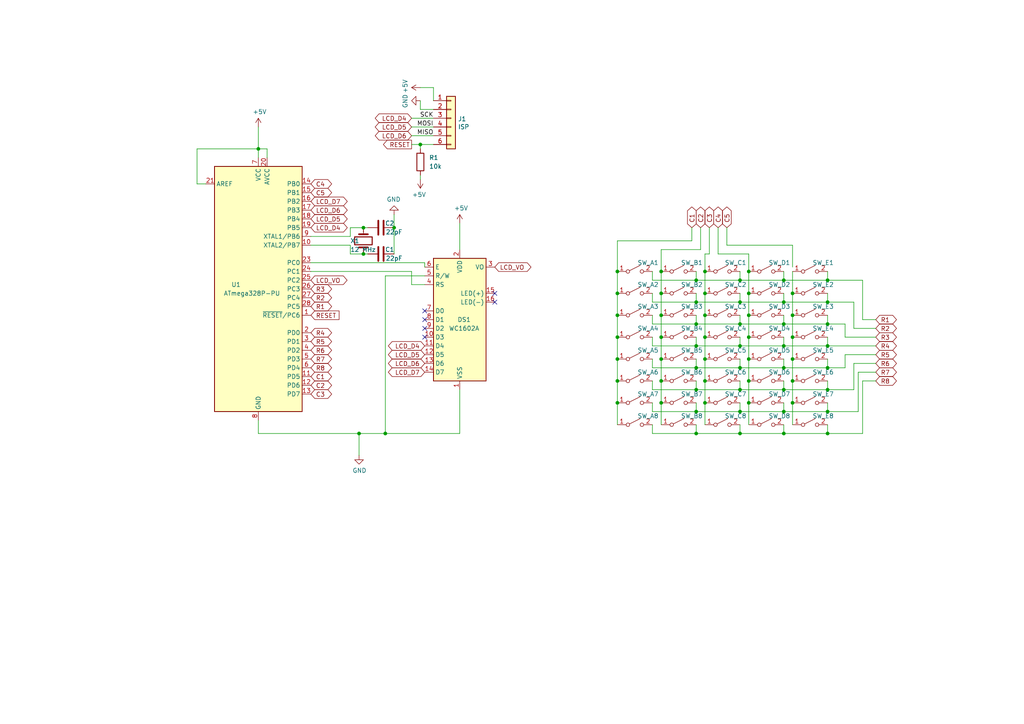
<source format=kicad_sch>
(kicad_sch (version 20211123) (generator eeschema)

  (uuid 13abf99d-5265-4779-8973-e94370fd18ff)

  (paper "A4")

  (title_block
    (title "MicroSci")
    (date "2022-02-16")
    (rev "1.1")
    (company "Paweł Kania")
  )

  (lib_symbols
    (symbol "Connector_Generic:Conn_01x06" (pin_names (offset 1.016) hide) (in_bom yes) (on_board yes)
      (property "Reference" "J" (id 0) (at 0 7.62 0)
        (effects (font (size 1.27 1.27)))
      )
      (property "Value" "Conn_01x06" (id 1) (at 0 -10.16 0)
        (effects (font (size 1.27 1.27)))
      )
      (property "Footprint" "" (id 2) (at 0 0 0)
        (effects (font (size 1.27 1.27)) hide)
      )
      (property "Datasheet" "~" (id 3) (at 0 0 0)
        (effects (font (size 1.27 1.27)) hide)
      )
      (property "ki_keywords" "connector" (id 4) (at 0 0 0)
        (effects (font (size 1.27 1.27)) hide)
      )
      (property "ki_description" "Generic connector, single row, 01x06, script generated (kicad-library-utils/schlib/autogen/connector/)" (id 5) (at 0 0 0)
        (effects (font (size 1.27 1.27)) hide)
      )
      (property "ki_fp_filters" "Connector*:*_1x??_*" (id 6) (at 0 0 0)
        (effects (font (size 1.27 1.27)) hide)
      )
      (symbol "Conn_01x06_1_1"
        (rectangle (start -1.27 -7.493) (end 0 -7.747)
          (stroke (width 0.1524) (type default) (color 0 0 0 0))
          (fill (type none))
        )
        (rectangle (start -1.27 -4.953) (end 0 -5.207)
          (stroke (width 0.1524) (type default) (color 0 0 0 0))
          (fill (type none))
        )
        (rectangle (start -1.27 -2.413) (end 0 -2.667)
          (stroke (width 0.1524) (type default) (color 0 0 0 0))
          (fill (type none))
        )
        (rectangle (start -1.27 0.127) (end 0 -0.127)
          (stroke (width 0.1524) (type default) (color 0 0 0 0))
          (fill (type none))
        )
        (rectangle (start -1.27 2.667) (end 0 2.413)
          (stroke (width 0.1524) (type default) (color 0 0 0 0))
          (fill (type none))
        )
        (rectangle (start -1.27 5.207) (end 0 4.953)
          (stroke (width 0.1524) (type default) (color 0 0 0 0))
          (fill (type none))
        )
        (rectangle (start -1.27 6.35) (end 1.27 -8.89)
          (stroke (width 0.254) (type default) (color 0 0 0 0))
          (fill (type background))
        )
        (pin passive line (at -5.08 5.08 0) (length 3.81)
          (name "Pin_1" (effects (font (size 1.27 1.27))))
          (number "1" (effects (font (size 1.27 1.27))))
        )
        (pin passive line (at -5.08 2.54 0) (length 3.81)
          (name "Pin_2" (effects (font (size 1.27 1.27))))
          (number "2" (effects (font (size 1.27 1.27))))
        )
        (pin passive line (at -5.08 0 0) (length 3.81)
          (name "Pin_3" (effects (font (size 1.27 1.27))))
          (number "3" (effects (font (size 1.27 1.27))))
        )
        (pin passive line (at -5.08 -2.54 0) (length 3.81)
          (name "Pin_4" (effects (font (size 1.27 1.27))))
          (number "4" (effects (font (size 1.27 1.27))))
        )
        (pin passive line (at -5.08 -5.08 0) (length 3.81)
          (name "Pin_5" (effects (font (size 1.27 1.27))))
          (number "5" (effects (font (size 1.27 1.27))))
        )
        (pin passive line (at -5.08 -7.62 0) (length 3.81)
          (name "Pin_6" (effects (font (size 1.27 1.27))))
          (number "6" (effects (font (size 1.27 1.27))))
        )
      )
    )
    (symbol "Device:C" (pin_numbers hide) (pin_names (offset 0.254)) (in_bom yes) (on_board yes)
      (property "Reference" "C" (id 0) (at 0.635 2.54 0)
        (effects (font (size 1.27 1.27)) (justify left))
      )
      (property "Value" "C" (id 1) (at 0.635 -2.54 0)
        (effects (font (size 1.27 1.27)) (justify left))
      )
      (property "Footprint" "" (id 2) (at 0.9652 -3.81 0)
        (effects (font (size 1.27 1.27)) hide)
      )
      (property "Datasheet" "~" (id 3) (at 0 0 0)
        (effects (font (size 1.27 1.27)) hide)
      )
      (property "ki_keywords" "cap capacitor" (id 4) (at 0 0 0)
        (effects (font (size 1.27 1.27)) hide)
      )
      (property "ki_description" "Unpolarized capacitor" (id 5) (at 0 0 0)
        (effects (font (size 1.27 1.27)) hide)
      )
      (property "ki_fp_filters" "C_*" (id 6) (at 0 0 0)
        (effects (font (size 1.27 1.27)) hide)
      )
      (symbol "C_0_1"
        (polyline
          (pts
            (xy -2.032 -0.762)
            (xy 2.032 -0.762)
          )
          (stroke (width 0.508) (type default) (color 0 0 0 0))
          (fill (type none))
        )
        (polyline
          (pts
            (xy -2.032 0.762)
            (xy 2.032 0.762)
          )
          (stroke (width 0.508) (type default) (color 0 0 0 0))
          (fill (type none))
        )
      )
      (symbol "C_1_1"
        (pin passive line (at 0 3.81 270) (length 2.794)
          (name "~" (effects (font (size 1.27 1.27))))
          (number "1" (effects (font (size 1.27 1.27))))
        )
        (pin passive line (at 0 -3.81 90) (length 2.794)
          (name "~" (effects (font (size 1.27 1.27))))
          (number "2" (effects (font (size 1.27 1.27))))
        )
      )
    )
    (symbol "Device:Crystal" (pin_numbers hide) (pin_names (offset 1.016) hide) (in_bom yes) (on_board yes)
      (property "Reference" "Y" (id 0) (at 0 3.81 0)
        (effects (font (size 1.27 1.27)))
      )
      (property "Value" "Crystal" (id 1) (at 0 -3.81 0)
        (effects (font (size 1.27 1.27)))
      )
      (property "Footprint" "" (id 2) (at 0 0 0)
        (effects (font (size 1.27 1.27)) hide)
      )
      (property "Datasheet" "~" (id 3) (at 0 0 0)
        (effects (font (size 1.27 1.27)) hide)
      )
      (property "ki_keywords" "quartz ceramic resonator oscillator" (id 4) (at 0 0 0)
        (effects (font (size 1.27 1.27)) hide)
      )
      (property "ki_description" "Two pin crystal" (id 5) (at 0 0 0)
        (effects (font (size 1.27 1.27)) hide)
      )
      (property "ki_fp_filters" "Crystal*" (id 6) (at 0 0 0)
        (effects (font (size 1.27 1.27)) hide)
      )
      (symbol "Crystal_0_1"
        (rectangle (start -1.143 2.54) (end 1.143 -2.54)
          (stroke (width 0.3048) (type default) (color 0 0 0 0))
          (fill (type none))
        )
        (polyline
          (pts
            (xy -2.54 0)
            (xy -1.905 0)
          )
          (stroke (width 0) (type default) (color 0 0 0 0))
          (fill (type none))
        )
        (polyline
          (pts
            (xy -1.905 -1.27)
            (xy -1.905 1.27)
          )
          (stroke (width 0.508) (type default) (color 0 0 0 0))
          (fill (type none))
        )
        (polyline
          (pts
            (xy 1.905 -1.27)
            (xy 1.905 1.27)
          )
          (stroke (width 0.508) (type default) (color 0 0 0 0))
          (fill (type none))
        )
        (polyline
          (pts
            (xy 2.54 0)
            (xy 1.905 0)
          )
          (stroke (width 0) (type default) (color 0 0 0 0))
          (fill (type none))
        )
      )
      (symbol "Crystal_1_1"
        (pin passive line (at -3.81 0 0) (length 1.27)
          (name "1" (effects (font (size 1.27 1.27))))
          (number "1" (effects (font (size 1.27 1.27))))
        )
        (pin passive line (at 3.81 0 180) (length 1.27)
          (name "2" (effects (font (size 1.27 1.27))))
          (number "2" (effects (font (size 1.27 1.27))))
        )
      )
    )
    (symbol "Device:R" (pin_numbers hide) (pin_names (offset 0)) (in_bom yes) (on_board yes)
      (property "Reference" "R" (id 0) (at 2.032 0 90)
        (effects (font (size 1.27 1.27)))
      )
      (property "Value" "R" (id 1) (at 0 0 90)
        (effects (font (size 1.27 1.27)))
      )
      (property "Footprint" "" (id 2) (at -1.778 0 90)
        (effects (font (size 1.27 1.27)) hide)
      )
      (property "Datasheet" "~" (id 3) (at 0 0 0)
        (effects (font (size 1.27 1.27)) hide)
      )
      (property "ki_keywords" "R res resistor" (id 4) (at 0 0 0)
        (effects (font (size 1.27 1.27)) hide)
      )
      (property "ki_description" "Resistor" (id 5) (at 0 0 0)
        (effects (font (size 1.27 1.27)) hide)
      )
      (property "ki_fp_filters" "R_*" (id 6) (at 0 0 0)
        (effects (font (size 1.27 1.27)) hide)
      )
      (symbol "R_0_1"
        (rectangle (start -1.016 -2.54) (end 1.016 2.54)
          (stroke (width 0.254) (type default) (color 0 0 0 0))
          (fill (type none))
        )
      )
      (symbol "R_1_1"
        (pin passive line (at 0 3.81 270) (length 1.27)
          (name "~" (effects (font (size 1.27 1.27))))
          (number "1" (effects (font (size 1.27 1.27))))
        )
        (pin passive line (at 0 -3.81 90) (length 1.27)
          (name "~" (effects (font (size 1.27 1.27))))
          (number "2" (effects (font (size 1.27 1.27))))
        )
      )
    )
    (symbol "Display_Character:WC1602A" (in_bom yes) (on_board yes)
      (property "Reference" "DS" (id 0) (at -5.842 19.05 0)
        (effects (font (size 1.27 1.27)))
      )
      (property "Value" "WC1602A" (id 1) (at 5.334 19.05 0)
        (effects (font (size 1.27 1.27)))
      )
      (property "Footprint" "Display:WC1602A" (id 2) (at 0 -22.86 0)
        (effects (font (size 1.27 1.27) italic) hide)
      )
      (property "Datasheet" "http://www.wincomlcd.com/pdf/WC1602A-SFYLYHTC06.pdf" (id 3) (at 17.78 0 0)
        (effects (font (size 1.27 1.27)) hide)
      )
      (property "ki_keywords" "display LCD dot-matrix" (id 4) (at 0 0 0)
        (effects (font (size 1.27 1.27)) hide)
      )
      (property "ki_description" "LCD 16x2 Alphanumeric , 8 bit parallel bus, 5V VDD" (id 5) (at 0 0 0)
        (effects (font (size 1.27 1.27)) hide)
      )
      (property "ki_fp_filters" "*WC*1602A*" (id 6) (at 0 0 0)
        (effects (font (size 1.27 1.27)) hide)
      )
      (symbol "WC1602A_1_1"
        (rectangle (start -7.62 17.78) (end 7.62 -17.78)
          (stroke (width 0.254) (type default) (color 0 0 0 0))
          (fill (type background))
        )
        (pin power_in line (at 0 -20.32 90) (length 2.54)
          (name "VSS" (effects (font (size 1.27 1.27))))
          (number "1" (effects (font (size 1.27 1.27))))
        )
        (pin input line (at -10.16 -5.08 0) (length 2.54)
          (name "D3" (effects (font (size 1.27 1.27))))
          (number "10" (effects (font (size 1.27 1.27))))
        )
        (pin input line (at -10.16 -7.62 0) (length 2.54)
          (name "D4" (effects (font (size 1.27 1.27))))
          (number "11" (effects (font (size 1.27 1.27))))
        )
        (pin input line (at -10.16 -10.16 0) (length 2.54)
          (name "D5" (effects (font (size 1.27 1.27))))
          (number "12" (effects (font (size 1.27 1.27))))
        )
        (pin input line (at -10.16 -12.7 0) (length 2.54)
          (name "D6" (effects (font (size 1.27 1.27))))
          (number "13" (effects (font (size 1.27 1.27))))
        )
        (pin input line (at -10.16 -15.24 0) (length 2.54)
          (name "D7" (effects (font (size 1.27 1.27))))
          (number "14" (effects (font (size 1.27 1.27))))
        )
        (pin power_in line (at 10.16 7.62 180) (length 2.54)
          (name "LED(+)" (effects (font (size 1.27 1.27))))
          (number "15" (effects (font (size 1.27 1.27))))
        )
        (pin power_in line (at 10.16 5.08 180) (length 2.54)
          (name "LED(-)" (effects (font (size 1.27 1.27))))
          (number "16" (effects (font (size 1.27 1.27))))
        )
        (pin power_in line (at 0 20.32 270) (length 2.54)
          (name "VDD" (effects (font (size 1.27 1.27))))
          (number "2" (effects (font (size 1.27 1.27))))
        )
        (pin input line (at 10.16 15.24 180) (length 2.54)
          (name "VO" (effects (font (size 1.27 1.27))))
          (number "3" (effects (font (size 1.27 1.27))))
        )
        (pin input line (at -10.16 10.16 0) (length 2.54)
          (name "RS" (effects (font (size 1.27 1.27))))
          (number "4" (effects (font (size 1.27 1.27))))
        )
        (pin input line (at -10.16 12.7 0) (length 2.54)
          (name "R/W" (effects (font (size 1.27 1.27))))
          (number "5" (effects (font (size 1.27 1.27))))
        )
        (pin input line (at -10.16 15.24 0) (length 2.54)
          (name "E" (effects (font (size 1.27 1.27))))
          (number "6" (effects (font (size 1.27 1.27))))
        )
        (pin input line (at -10.16 2.54 0) (length 2.54)
          (name "D0" (effects (font (size 1.27 1.27))))
          (number "7" (effects (font (size 1.27 1.27))))
        )
        (pin input line (at -10.16 0 0) (length 2.54)
          (name "D1" (effects (font (size 1.27 1.27))))
          (number "8" (effects (font (size 1.27 1.27))))
        )
        (pin input line (at -10.16 -2.54 0) (length 2.54)
          (name "D2" (effects (font (size 1.27 1.27))))
          (number "9" (effects (font (size 1.27 1.27))))
        )
      )
    )
    (symbol "MCU_Microchip_ATmega:ATmega328P-PU" (in_bom yes) (on_board yes)
      (property "Reference" "U" (id 0) (at -12.7 36.83 0)
        (effects (font (size 1.27 1.27)) (justify left bottom))
      )
      (property "Value" "MCU_Microchip_ATmega_ATmega328P-PU" (id 1) (at 2.54 -36.83 0)
        (effects (font (size 1.27 1.27)) (justify left top))
      )
      (property "Footprint" "Package_DIP:DIP-28_W7.62mm" (id 2) (at 0 0 0)
        (effects (font (size 1.27 1.27) italic) hide)
      )
      (property "Datasheet" "" (id 3) (at 0 0 0)
        (effects (font (size 1.27 1.27)) hide)
      )
      (property "ki_fp_filters" "DIP*W7.62mm*" (id 4) (at 0 0 0)
        (effects (font (size 1.27 1.27)) hide)
      )
      (symbol "ATmega328P-PU_0_1"
        (rectangle (start -12.7 -35.56) (end 12.7 35.56)
          (stroke (width 0.254) (type default) (color 0 0 0 0))
          (fill (type background))
        )
      )
      (symbol "ATmega328P-PU_1_1"
        (pin tri_state line (at 15.24 -7.62 180) (length 2.54)
          (name "~{RESET}/PC6" (effects (font (size 1.27 1.27))))
          (number "1" (effects (font (size 1.27 1.27))))
        )
        (pin tri_state line (at 15.24 12.7 180) (length 2.54)
          (name "XTAL2/PB7" (effects (font (size 1.27 1.27))))
          (number "10" (effects (font (size 1.27 1.27))))
        )
        (pin tri_state line (at 15.24 -25.4 180) (length 2.54)
          (name "PD5" (effects (font (size 1.27 1.27))))
          (number "11" (effects (font (size 1.27 1.27))))
        )
        (pin tri_state line (at 15.24 -27.94 180) (length 2.54)
          (name "PD6" (effects (font (size 1.27 1.27))))
          (number "12" (effects (font (size 1.27 1.27))))
        )
        (pin tri_state line (at 15.24 -30.48 180) (length 2.54)
          (name "PD7" (effects (font (size 1.27 1.27))))
          (number "13" (effects (font (size 1.27 1.27))))
        )
        (pin tri_state line (at 15.24 30.48 180) (length 2.54)
          (name "PB0" (effects (font (size 1.27 1.27))))
          (number "14" (effects (font (size 1.27 1.27))))
        )
        (pin tri_state line (at 15.24 27.94 180) (length 2.54)
          (name "PB1" (effects (font (size 1.27 1.27))))
          (number "15" (effects (font (size 1.27 1.27))))
        )
        (pin tri_state line (at 15.24 25.4 180) (length 2.54)
          (name "PB2" (effects (font (size 1.27 1.27))))
          (number "16" (effects (font (size 1.27 1.27))))
        )
        (pin tri_state line (at 15.24 22.86 180) (length 2.54)
          (name "PB3" (effects (font (size 1.27 1.27))))
          (number "17" (effects (font (size 1.27 1.27))))
        )
        (pin tri_state line (at 15.24 20.32 180) (length 2.54)
          (name "PB4" (effects (font (size 1.27 1.27))))
          (number "18" (effects (font (size 1.27 1.27))))
        )
        (pin tri_state line (at 15.24 17.78 180) (length 2.54)
          (name "PB5" (effects (font (size 1.27 1.27))))
          (number "19" (effects (font (size 1.27 1.27))))
        )
        (pin tri_state line (at 15.24 -12.7 180) (length 2.54)
          (name "PD0" (effects (font (size 1.27 1.27))))
          (number "2" (effects (font (size 1.27 1.27))))
        )
        (pin power_in line (at 2.54 38.1 270) (length 2.54)
          (name "AVCC" (effects (font (size 1.27 1.27))))
          (number "20" (effects (font (size 1.27 1.27))))
        )
        (pin passive line (at -15.24 30.48 0) (length 2.54)
          (name "AREF" (effects (font (size 1.27 1.27))))
          (number "21" (effects (font (size 1.27 1.27))))
        )
        (pin passive line (at 0 -38.1 90) (length 2.54) hide
          (name "GND" (effects (font (size 1.27 1.27))))
          (number "22" (effects (font (size 1.27 1.27))))
        )
        (pin tri_state line (at 15.24 7.62 180) (length 2.54)
          (name "PC0" (effects (font (size 1.27 1.27))))
          (number "23" (effects (font (size 1.27 1.27))))
        )
        (pin tri_state line (at 15.24 5.08 180) (length 2.54)
          (name "PC1" (effects (font (size 1.27 1.27))))
          (number "24" (effects (font (size 1.27 1.27))))
        )
        (pin tri_state line (at 15.24 2.54 180) (length 2.54)
          (name "PC2" (effects (font (size 1.27 1.27))))
          (number "25" (effects (font (size 1.27 1.27))))
        )
        (pin tri_state line (at 15.24 0 180) (length 2.54)
          (name "PC3" (effects (font (size 1.27 1.27))))
          (number "26" (effects (font (size 1.27 1.27))))
        )
        (pin tri_state line (at 15.24 -2.54 180) (length 2.54)
          (name "PC4" (effects (font (size 1.27 1.27))))
          (number "27" (effects (font (size 1.27 1.27))))
        )
        (pin tri_state line (at 15.24 -5.08 180) (length 2.54)
          (name "PC5" (effects (font (size 1.27 1.27))))
          (number "28" (effects (font (size 1.27 1.27))))
        )
        (pin tri_state line (at 15.24 -15.24 180) (length 2.54)
          (name "PD1" (effects (font (size 1.27 1.27))))
          (number "3" (effects (font (size 1.27 1.27))))
        )
        (pin tri_state line (at 15.24 -17.78 180) (length 2.54)
          (name "PD2" (effects (font (size 1.27 1.27))))
          (number "4" (effects (font (size 1.27 1.27))))
        )
        (pin tri_state line (at 15.24 -20.32 180) (length 2.54)
          (name "PD3" (effects (font (size 1.27 1.27))))
          (number "5" (effects (font (size 1.27 1.27))))
        )
        (pin tri_state line (at 15.24 -22.86 180) (length 2.54)
          (name "PD4" (effects (font (size 1.27 1.27))))
          (number "6" (effects (font (size 1.27 1.27))))
        )
        (pin power_in line (at 0 38.1 270) (length 2.54)
          (name "VCC" (effects (font (size 1.27 1.27))))
          (number "7" (effects (font (size 1.27 1.27))))
        )
        (pin power_in line (at 0 -38.1 90) (length 2.54)
          (name "GND" (effects (font (size 1.27 1.27))))
          (number "8" (effects (font (size 1.27 1.27))))
        )
        (pin tri_state line (at 15.24 15.24 180) (length 2.54)
          (name "XTAL1/PB6" (effects (font (size 1.27 1.27))))
          (number "9" (effects (font (size 1.27 1.27))))
        )
      )
    )
    (symbol "Switch:SW_SPST" (pin_names (offset 0) hide) (in_bom yes) (on_board yes)
      (property "Reference" "SW" (id 0) (at 0 3.175 0)
        (effects (font (size 1.27 1.27)))
      )
      (property "Value" "SW_SPST" (id 1) (at 0 -2.54 0)
        (effects (font (size 1.27 1.27)))
      )
      (property "Footprint" "" (id 2) (at 0 0 0)
        (effects (font (size 1.27 1.27)) hide)
      )
      (property "Datasheet" "~" (id 3) (at 0 0 0)
        (effects (font (size 1.27 1.27)) hide)
      )
      (property "ki_keywords" "switch lever" (id 4) (at 0 0 0)
        (effects (font (size 1.27 1.27)) hide)
      )
      (property "ki_description" "Single Pole Single Throw (SPST) switch" (id 5) (at 0 0 0)
        (effects (font (size 1.27 1.27)) hide)
      )
      (symbol "SW_SPST_0_0"
        (circle (center -2.032 0) (radius 0.508)
          (stroke (width 0) (type default) (color 0 0 0 0))
          (fill (type none))
        )
        (polyline
          (pts
            (xy -1.524 0.254)
            (xy 1.524 1.778)
          )
          (stroke (width 0) (type default) (color 0 0 0 0))
          (fill (type none))
        )
        (circle (center 2.032 0) (radius 0.508)
          (stroke (width 0) (type default) (color 0 0 0 0))
          (fill (type none))
        )
      )
      (symbol "SW_SPST_1_1"
        (pin passive line (at -5.08 0 0) (length 2.54)
          (name "A" (effects (font (size 1.27 1.27))))
          (number "1" (effects (font (size 1.27 1.27))))
        )
        (pin passive line (at 5.08 0 180) (length 2.54)
          (name "B" (effects (font (size 1.27 1.27))))
          (number "2" (effects (font (size 1.27 1.27))))
        )
      )
    )
    (symbol "power:+5V" (power) (pin_names (offset 0)) (in_bom yes) (on_board yes)
      (property "Reference" "#PWR" (id 0) (at 0 -3.81 0)
        (effects (font (size 1.27 1.27)) hide)
      )
      (property "Value" "+5V" (id 1) (at 0 3.556 0)
        (effects (font (size 1.27 1.27)))
      )
      (property "Footprint" "" (id 2) (at 0 0 0)
        (effects (font (size 1.27 1.27)) hide)
      )
      (property "Datasheet" "" (id 3) (at 0 0 0)
        (effects (font (size 1.27 1.27)) hide)
      )
      (property "ki_keywords" "power-flag" (id 4) (at 0 0 0)
        (effects (font (size 1.27 1.27)) hide)
      )
      (property "ki_description" "Power symbol creates a global label with name \"+5V\"" (id 5) (at 0 0 0)
        (effects (font (size 1.27 1.27)) hide)
      )
      (symbol "+5V_0_1"
        (polyline
          (pts
            (xy -0.762 1.27)
            (xy 0 2.54)
          )
          (stroke (width 0) (type default) (color 0 0 0 0))
          (fill (type none))
        )
        (polyline
          (pts
            (xy 0 0)
            (xy 0 2.54)
          )
          (stroke (width 0) (type default) (color 0 0 0 0))
          (fill (type none))
        )
        (polyline
          (pts
            (xy 0 2.54)
            (xy 0.762 1.27)
          )
          (stroke (width 0) (type default) (color 0 0 0 0))
          (fill (type none))
        )
      )
      (symbol "+5V_1_1"
        (pin power_in line (at 0 0 90) (length 0) hide
          (name "+5V" (effects (font (size 1.27 1.27))))
          (number "1" (effects (font (size 1.27 1.27))))
        )
      )
    )
    (symbol "power:GND" (power) (pin_names (offset 0)) (in_bom yes) (on_board yes)
      (property "Reference" "#PWR" (id 0) (at 0 -6.35 0)
        (effects (font (size 1.27 1.27)) hide)
      )
      (property "Value" "GND" (id 1) (at 0 -3.81 0)
        (effects (font (size 1.27 1.27)))
      )
      (property "Footprint" "" (id 2) (at 0 0 0)
        (effects (font (size 1.27 1.27)) hide)
      )
      (property "Datasheet" "" (id 3) (at 0 0 0)
        (effects (font (size 1.27 1.27)) hide)
      )
      (property "ki_keywords" "power-flag" (id 4) (at 0 0 0)
        (effects (font (size 1.27 1.27)) hide)
      )
      (property "ki_description" "Power symbol creates a global label with name \"GND\" , ground" (id 5) (at 0 0 0)
        (effects (font (size 1.27 1.27)) hide)
      )
      (symbol "GND_0_1"
        (polyline
          (pts
            (xy 0 0)
            (xy 0 -1.27)
            (xy 1.27 -1.27)
            (xy 0 -2.54)
            (xy -1.27 -1.27)
            (xy 0 -1.27)
          )
          (stroke (width 0) (type default) (color 0 0 0 0))
          (fill (type none))
        )
      )
      (symbol "GND_1_1"
        (pin power_in line (at 0 0 270) (length 0) hide
          (name "GND" (effects (font (size 1.27 1.27))))
          (number "1" (effects (font (size 1.27 1.27))))
        )
      )
    )
  )

  (junction (at 227.33 100.33) (diameter 0) (color 0 0 0 0)
    (uuid 009a4fb4-fcc0-4623-ae5d-c1bae3219583)
  )
  (junction (at 74.93 43.18) (diameter 0) (color 0 0 0 0)
    (uuid 009b5465-0a65-4237-93e7-eb65321eeb18)
  )
  (junction (at 217.17 78.74) (diameter 0) (color 0 0 0 0)
    (uuid 057af6bb-cf6f-4bfb-b0c0-2e92a2c09a47)
  )
  (junction (at 114.3 66.04) (diameter 0) (color 0 0 0 0)
    (uuid 07af8177-d47d-447d-8e21-4c7c580742a6)
  )
  (junction (at 121.92 41.91) (diameter 0) (color 0 0 0 0)
    (uuid 0a5a446f-31e7-49b7-939d-339db9fa3e51)
  )
  (junction (at 214.63 81.28) (diameter 0) (color 0 0 0 0)
    (uuid 0ce8d3ab-2662-4158-8a2a-18b782908fc5)
  )
  (junction (at 191.77 85.09) (diameter 0) (color 0 0 0 0)
    (uuid 0e1ed1c5-7428-4dc7-b76e-49b2d5f8177d)
  )
  (junction (at 201.93 119.38) (diameter 0) (color 0 0 0 0)
    (uuid 109caac1-5036-4f23-9a66-f569d871501b)
  )
  (junction (at 217.17 116.84) (diameter 0) (color 0 0 0 0)
    (uuid 15fe8f3d-6077-4e0e-81d0-8ec3f4538981)
  )
  (junction (at 204.47 78.74) (diameter 0) (color 0 0 0 0)
    (uuid 173f6f06-e7d0-42ac-ab03-ce6b79b9eeee)
  )
  (junction (at 229.87 104.14) (diameter 0) (color 0 0 0 0)
    (uuid 20c315f4-1e4f-49aa-8d61-778a7389df7e)
  )
  (junction (at 214.63 87.63) (diameter 0) (color 0 0 0 0)
    (uuid 22999e73-da32-43a5-9163-4b3a41614f25)
  )
  (junction (at 240.03 87.63) (diameter 0) (color 0 0 0 0)
    (uuid 240c10af-51b5-420e-a6f4-a2c8f5db1db5)
  )
  (junction (at 179.07 116.84) (diameter 0) (color 0 0 0 0)
    (uuid 240e5dac-6242-47a5-bbef-f76d11c715c0)
  )
  (junction (at 179.07 85.09) (diameter 0) (color 0 0 0 0)
    (uuid 275aa44a-b61f-489f-9e2a-819a0fe0d1eb)
  )
  (junction (at 229.87 116.84) (diameter 0) (color 0 0 0 0)
    (uuid 27d56953-c620-4d5b-9c1c-e48bc3d9684a)
  )
  (junction (at 240.03 93.98) (diameter 0) (color 0 0 0 0)
    (uuid 2846428d-39de-4eae-8ce2-64955d56c493)
  )
  (junction (at 191.77 91.44) (diameter 0) (color 0 0 0 0)
    (uuid 2d67a417-188f-4014-9282-000265d80009)
  )
  (junction (at 191.77 78.74) (diameter 0) (color 0 0 0 0)
    (uuid 309b3bff-19c8-41ec-a84d-63399c649f46)
  )
  (junction (at 204.47 85.09) (diameter 0) (color 0 0 0 0)
    (uuid 34a74736-156e-4bf3-9200-cd137cfa59da)
  )
  (junction (at 217.17 104.14) (diameter 0) (color 0 0 0 0)
    (uuid 35a9f71f-ba35-47f6-814e-4106ac36c51e)
  )
  (junction (at 201.93 81.28) (diameter 0) (color 0 0 0 0)
    (uuid 382ca670-6ae8-4de6-90f9-f241d1337171)
  )
  (junction (at 204.47 104.14) (diameter 0) (color 0 0 0 0)
    (uuid 3a52f112-cb97-43db-aaeb-20afe27664d7)
  )
  (junction (at 227.33 87.63) (diameter 0) (color 0 0 0 0)
    (uuid 40b14a16-fb82-4b9d-89dd-55cd98abb5cc)
  )
  (junction (at 240.03 100.33) (diameter 0) (color 0 0 0 0)
    (uuid 4107d40a-e5df-4255-aacc-13f9928e090c)
  )
  (junction (at 191.77 97.79) (diameter 0) (color 0 0 0 0)
    (uuid 477311b9-8f81-40c8-9c55-fd87e287247a)
  )
  (junction (at 240.03 125.73) (diameter 0) (color 0 0 0 0)
    (uuid 4b03e854-02fe-44cc-bece-f8268b7cae54)
  )
  (junction (at 214.63 113.03) (diameter 0) (color 0 0 0 0)
    (uuid 5fc9acb6-6dbb-4598-825b-4b9e7c4c67c4)
  )
  (junction (at 201.93 106.68) (diameter 0) (color 0 0 0 0)
    (uuid 609b9e1b-4e3b-42b7-ac76-a62ec4d0e7c7)
  )
  (junction (at 191.77 110.49) (diameter 0) (color 0 0 0 0)
    (uuid 6284122b-79c3-4e04-925e-3d32cc3ec077)
  )
  (junction (at 204.47 97.79) (diameter 0) (color 0 0 0 0)
    (uuid 644ae9fc-3c8e-4089-866e-a12bf371c3e9)
  )
  (junction (at 204.47 116.84) (diameter 0) (color 0 0 0 0)
    (uuid 65134029-dbd2-409a-85a8-13c2a33ff019)
  )
  (junction (at 105.41 73.66) (diameter 0) (color 0 0 0 0)
    (uuid 66bcb743-5198-4c71-809c-614d186bbb20)
  )
  (junction (at 179.07 104.14) (diameter 0) (color 0 0 0 0)
    (uuid 676efd2f-1c48-4786-9e4b-2444f1e8f6ff)
  )
  (junction (at 227.33 93.98) (diameter 0) (color 0 0 0 0)
    (uuid 6a2b20ae-096c-4d9f-92f8-2087c865914f)
  )
  (junction (at 227.33 119.38) (diameter 0) (color 0 0 0 0)
    (uuid 6b7c1048-12b6-46b2-b762-fa3ad30472dd)
  )
  (junction (at 214.63 106.68) (diameter 0) (color 0 0 0 0)
    (uuid 6bf05d19-ba3e-4ba6-8a6f-4e0bc45ea3b2)
  )
  (junction (at 240.03 119.38) (diameter 0) (color 0 0 0 0)
    (uuid 752417ee-7d0b-4ac8-a22c-26669881a2ab)
  )
  (junction (at 201.93 125.73) (diameter 0) (color 0 0 0 0)
    (uuid 79e31048-072a-4a40-a625-26bb0b5f046b)
  )
  (junction (at 217.17 85.09) (diameter 0) (color 0 0 0 0)
    (uuid 7f52d787-caa3-4a92-b1b2-19d554dc29a4)
  )
  (junction (at 204.47 110.49) (diameter 0) (color 0 0 0 0)
    (uuid 8087f566-a94d-4bbc-985b-e49ee7762296)
  )
  (junction (at 229.87 85.09) (diameter 0) (color 0 0 0 0)
    (uuid 82be7aae-5d06-4178-8c3e-98760c41b054)
  )
  (junction (at 214.63 100.33) (diameter 0) (color 0 0 0 0)
    (uuid 88668202-3f0b-4d07-84d4-dcd790f57272)
  )
  (junction (at 240.03 81.28) (diameter 0) (color 0 0 0 0)
    (uuid 89e83c2e-e90a-4a50-b278-880bac0cfb49)
  )
  (junction (at 214.63 93.98) (diameter 0) (color 0 0 0 0)
    (uuid 926001fd-2747-4639-8c0f-4fc46ff7218d)
  )
  (junction (at 191.77 104.14) (diameter 0) (color 0 0 0 0)
    (uuid 994b6220-4755-4d84-91b3-6122ac1c2c5e)
  )
  (junction (at 227.33 113.03) (diameter 0) (color 0 0 0 0)
    (uuid 998b7fa5-31a5-472e-9572-49d5226d6098)
  )
  (junction (at 217.17 110.49) (diameter 0) (color 0 0 0 0)
    (uuid 9b3c58a7-a9b9-4498-abc0-f9f43e4f0292)
  )
  (junction (at 191.77 116.84) (diameter 0) (color 0 0 0 0)
    (uuid a13ab237-8f8d-4e16-8c47-4440653b8534)
  )
  (junction (at 201.93 93.98) (diameter 0) (color 0 0 0 0)
    (uuid a29f8df0-3fae-4edf-8d9c-bd5a875b13e3)
  )
  (junction (at 227.33 106.68) (diameter 0) (color 0 0 0 0)
    (uuid a6ccc556-da88-4006-ae1a-cc35733efef3)
  )
  (junction (at 229.87 97.79) (diameter 0) (color 0 0 0 0)
    (uuid a9b3f6e4-7a6d-4ae8-ad28-3d8458e0ca1a)
  )
  (junction (at 179.07 91.44) (diameter 0) (color 0 0 0 0)
    (uuid b447dbb1-d38e-4a15-93cb-12c25382ea53)
  )
  (junction (at 214.63 125.73) (diameter 0) (color 0 0 0 0)
    (uuid b873bc5d-a9af-4bd9-afcb-87ce4d417120)
  )
  (junction (at 227.33 125.73) (diameter 0) (color 0 0 0 0)
    (uuid b9bb0e73-161a-4d06-b6eb-a9f66d8a95f5)
  )
  (junction (at 217.17 97.79) (diameter 0) (color 0 0 0 0)
    (uuid c701ee8e-1214-4781-a973-17bef7b6e3eb)
  )
  (junction (at 217.17 91.44) (diameter 0) (color 0 0 0 0)
    (uuid c8029a4c-945d-42ca-871a-dd73ff50a1a3)
  )
  (junction (at 179.07 97.79) (diameter 0) (color 0 0 0 0)
    (uuid cfa5c16e-7859-460d-a0b8-cea7d7ea629c)
  )
  (junction (at 227.33 81.28) (diameter 0) (color 0 0 0 0)
    (uuid cff34251-839c-4da9-a0ad-85d0fc4e32af)
  )
  (junction (at 240.03 113.03) (diameter 0) (color 0 0 0 0)
    (uuid d2d7bea6-0c22-495f-8666-323b30e03150)
  )
  (junction (at 229.87 110.49) (diameter 0) (color 0 0 0 0)
    (uuid d6fb27cf-362d-4568-967c-a5bf49d5931b)
  )
  (junction (at 229.87 91.44) (diameter 0) (color 0 0 0 0)
    (uuid d9c6d5d2-0b49-49ba-a970-cd2c32f74c54)
  )
  (junction (at 240.03 106.68) (diameter 0) (color 0 0 0 0)
    (uuid e0f06b5c-de63-4833-a591-ca9e19217a35)
  )
  (junction (at 179.07 110.49) (diameter 0) (color 0 0 0 0)
    (uuid e472dac4-5b65-4920-b8b2-6065d140a69d)
  )
  (junction (at 201.93 113.03) (diameter 0) (color 0 0 0 0)
    (uuid e4aa537c-eb9d-4dbb-ac87-fae46af42391)
  )
  (junction (at 104.14 125.73) (diameter 0) (color 0 0 0 0)
    (uuid e97b5984-9f0f-43a4-9b8a-838eef4cceb2)
  )
  (junction (at 179.07 78.74) (diameter 0) (color 0 0 0 0)
    (uuid ebd06df3-d52b-4cff-99a2-a771df6d3733)
  )
  (junction (at 201.93 87.63) (diameter 0) (color 0 0 0 0)
    (uuid ec5c2062-3a41-4636-8803-069e60a1641a)
  )
  (junction (at 204.47 91.44) (diameter 0) (color 0 0 0 0)
    (uuid ee41cb8e-512d-41d2-81e1-3c50fff32aeb)
  )
  (junction (at 111.76 125.73) (diameter 0) (color 0 0 0 0)
    (uuid ef9bbff8-5415-4585-b0ed-67ce0984873c)
  )
  (junction (at 214.63 119.38) (diameter 0) (color 0 0 0 0)
    (uuid f1447ad6-651c-45be-a2d6-33bddf672c2c)
  )
  (junction (at 201.93 100.33) (diameter 0) (color 0 0 0 0)
    (uuid f449bd37-cc90-4487-aee6-2a20b8d2843a)
  )
  (junction (at 105.41 66.04) (diameter 0) (color 0 0 0 0)
    (uuid f942bd0b-9a68-4f80-a861-989a5097e4d2)
  )

  (no_connect (at 143.51 85.09) (uuid 26c2df3d-da2d-4807-83b4-27bfc925780c))
  (no_connect (at 123.19 90.17) (uuid 60ff6322-62e2-4602-9bc0-7a0f0a5ecfbf))
  (no_connect (at 123.19 97.79) (uuid 9186fd02-f30d-4e17-aa38-378ab73e3908))
  (no_connect (at 143.51 87.63) (uuid a94feb68-ccb7-452c-b09d-f2297bf27f94))
  (no_connect (at 123.19 95.25) (uuid aa130053-a451-4f12-97f7-3d4d891a5f83))
  (no_connect (at 123.19 92.71) (uuid e7369115-d491-4ef3-be3d-f5298992c3e8))

  (wire (pts (xy 245.11 97.79) (xy 254 97.79))
    (stroke (width 0) (type default) (color 0 0 0 0))
    (uuid 00e38d63-5436-49db-81f5-697421f168fc)
  )
  (wire (pts (xy 77.47 43.18) (xy 74.93 43.18))
    (stroke (width 0) (type default) (color 0 0 0 0))
    (uuid 00f3ea8b-8a54-4e56-84ff-d98f6c00496c)
  )
  (wire (pts (xy 229.87 71.12) (xy 210.82 71.12))
    (stroke (width 0) (type default) (color 0 0 0 0))
    (uuid 0325ec43-0390-4ae2-b055-b1ec6ce17b1c)
  )
  (wire (pts (xy 179.07 110.49) (xy 179.07 116.84))
    (stroke (width 0) (type default) (color 0 0 0 0))
    (uuid 0351df45-d042-41d4-ba35-88092c7be2fc)
  )
  (wire (pts (xy 227.33 125.73) (xy 240.03 125.73))
    (stroke (width 0) (type default) (color 0 0 0 0))
    (uuid 03c7f780-fc1b-487a-b30d-567d6c09fdc8)
  )
  (wire (pts (xy 189.23 110.49) (xy 189.23 113.03))
    (stroke (width 0) (type default) (color 0 0 0 0))
    (uuid 065b9982-55f2-4822-977e-07e8a06e7b35)
  )
  (wire (pts (xy 245.11 93.98) (xy 245.11 97.79))
    (stroke (width 0) (type default) (color 0 0 0 0))
    (uuid 071522c0-d0ed-49b9-906e-6295f67fb0dc)
  )
  (wire (pts (xy 121.92 50.8) (xy 121.92 52.07))
    (stroke (width 0) (type default) (color 0 0 0 0))
    (uuid 079f9776-ef82-41a2-a415-2680737fd5c2)
  )
  (wire (pts (xy 191.77 97.79) (xy 191.77 104.14))
    (stroke (width 0) (type default) (color 0 0 0 0))
    (uuid 097edb1b-8998-4e70-b670-bba125982348)
  )
  (wire (pts (xy 191.77 116.84) (xy 191.77 123.19))
    (stroke (width 0) (type default) (color 0 0 0 0))
    (uuid 099096e4-8c2a-4d84-a16f-06b4b6330e7a)
  )
  (wire (pts (xy 245.11 106.68) (xy 240.03 106.68))
    (stroke (width 0) (type default) (color 0 0 0 0))
    (uuid 0ae82096-0994-4fb0-9a2a-d4ac4804abac)
  )
  (wire (pts (xy 240.03 119.38) (xy 240.03 116.84))
    (stroke (width 0) (type default) (color 0 0 0 0))
    (uuid 0cc45b5b-96b3-4284-9cae-a3a9e324a916)
  )
  (wire (pts (xy 214.63 81.28) (xy 227.33 81.28))
    (stroke (width 0) (type default) (color 0 0 0 0))
    (uuid 0e8f7fc0-2ef2-4b90-9c15-8a3a601ee459)
  )
  (wire (pts (xy 240.03 113.03) (xy 240.03 110.49))
    (stroke (width 0) (type default) (color 0 0 0 0))
    (uuid 0f31f11f-c374-4640-b9a4-07bbdba8d354)
  )
  (wire (pts (xy 240.03 125.73) (xy 250.19 125.73))
    (stroke (width 0) (type default) (color 0 0 0 0))
    (uuid 0f324b67-75ef-407f-8dbc-3c1fc5c2abba)
  )
  (wire (pts (xy 245.11 102.87) (xy 245.11 106.68))
    (stroke (width 0) (type default) (color 0 0 0 0))
    (uuid 0fdc6f30-77bc-4e9b-8665-c8aa9acf5bf9)
  )
  (wire (pts (xy 217.17 85.09) (xy 217.17 91.44))
    (stroke (width 0) (type default) (color 0 0 0 0))
    (uuid 101ef598-601d-400e-9ef6-d655fbb1dbfa)
  )
  (wire (pts (xy 191.77 85.09) (xy 191.77 91.44))
    (stroke (width 0) (type default) (color 0 0 0 0))
    (uuid 14c51520-6d91-4098-a59a-5121f2a898f7)
  )
  (wire (pts (xy 104.14 125.73) (xy 111.76 125.73))
    (stroke (width 0) (type default) (color 0 0 0 0))
    (uuid 16121028-bdf5-49c0-aae7-e28fe5bfa771)
  )
  (wire (pts (xy 227.33 113.03) (xy 240.03 113.03))
    (stroke (width 0) (type default) (color 0 0 0 0))
    (uuid 18b7e157-ae67-48ad-bd7c-9fef6fe45b22)
  )
  (wire (pts (xy 119.38 39.37) (xy 125.73 39.37))
    (stroke (width 0) (type default) (color 0 0 0 0))
    (uuid 1975a547-79c9-4080-bd79-e2d9c18a6333)
  )
  (wire (pts (xy 214.63 119.38) (xy 214.63 116.84))
    (stroke (width 0) (type default) (color 0 0 0 0))
    (uuid 19b0959e-a79b-43b2-a5ad-525ced7e9131)
  )
  (wire (pts (xy 250.19 125.73) (xy 250.19 110.49))
    (stroke (width 0) (type default) (color 0 0 0 0))
    (uuid 1c68b844-c861-46b7-b734-0242168a4220)
  )
  (wire (pts (xy 114.3 62.23) (xy 114.3 66.04))
    (stroke (width 0) (type default) (color 0 0 0 0))
    (uuid 1d4d9cab-4754-4d5f-9274-c60927b4dc15)
  )
  (wire (pts (xy 204.47 91.44) (xy 204.47 97.79))
    (stroke (width 0) (type default) (color 0 0 0 0))
    (uuid 1e518c2a-4cb7-4599-a1fa-5b9f847da7d3)
  )
  (wire (pts (xy 201.93 125.73) (xy 201.93 123.19))
    (stroke (width 0) (type default) (color 0 0 0 0))
    (uuid 1f8b2c0c-b042-4e2e-80f6-4959a27b238f)
  )
  (wire (pts (xy 201.93 93.98) (xy 214.63 93.98))
    (stroke (width 0) (type default) (color 0 0 0 0))
    (uuid 20cca02e-4c4d-4961-b6b4-b40a1731b220)
  )
  (wire (pts (xy 57.15 53.34) (xy 57.15 43.18))
    (stroke (width 0) (type default) (color 0 0 0 0))
    (uuid 221bef83-3ea7-4d3f-adeb-53a8a07c6273)
  )
  (wire (pts (xy 119.38 41.91) (xy 121.92 41.91))
    (stroke (width 0) (type default) (color 0 0 0 0))
    (uuid 22ff6057-4255-4855-bd55-6e3e2409c1d5)
  )
  (wire (pts (xy 227.33 106.68) (xy 240.03 106.68))
    (stroke (width 0) (type default) (color 0 0 0 0))
    (uuid 25e5aa8e-2696-44a3-8d3c-c2c53f2923cf)
  )
  (wire (pts (xy 189.23 87.63) (xy 201.93 87.63))
    (stroke (width 0) (type default) (color 0 0 0 0))
    (uuid 262f1ea9-0133-4b43-be36-456207ea857c)
  )
  (wire (pts (xy 227.33 81.28) (xy 240.03 81.28))
    (stroke (width 0) (type default) (color 0 0 0 0))
    (uuid 29195ea4-8218-44a1-b4bf-466bee0082e4)
  )
  (wire (pts (xy 201.93 81.28) (xy 201.93 78.74))
    (stroke (width 0) (type default) (color 0 0 0 0))
    (uuid 29e058a7-50a3-43e5-81c3-bfee53da08be)
  )
  (wire (pts (xy 247.65 87.63) (xy 247.65 95.25))
    (stroke (width 0) (type default) (color 0 0 0 0))
    (uuid 2d697cf0-e02e-4ed1-a048-a704dab0ee43)
  )
  (wire (pts (xy 189.23 106.68) (xy 201.93 106.68))
    (stroke (width 0) (type default) (color 0 0 0 0))
    (uuid 2dc54bac-8640-4dd7-b8ed-3c7acb01a8ea)
  )
  (wire (pts (xy 204.47 73.66) (xy 205.74 73.66))
    (stroke (width 0) (type default) (color 0 0 0 0))
    (uuid 2e842263-c0ba-46fd-a760-6624d4c78278)
  )
  (wire (pts (xy 214.63 119.38) (xy 227.33 119.38))
    (stroke (width 0) (type default) (color 0 0 0 0))
    (uuid 31540a7e-dc9e-4e4d-96b1-dab15efa5f4b)
  )
  (wire (pts (xy 121.92 31.75) (xy 121.92 29.21))
    (stroke (width 0) (type default) (color 0 0 0 0))
    (uuid 3326423d-8df7-4a7e-a354-349430b8fbd7)
  )
  (wire (pts (xy 203.2 66.04) (xy 203.2 72.39))
    (stroke (width 0) (type default) (color 0 0 0 0))
    (uuid 34cdc1c9-c9e2-44c4-9677-c1c7d7efd83d)
  )
  (wire (pts (xy 123.19 82.55) (xy 119.38 82.55))
    (stroke (width 0) (type default) (color 0 0 0 0))
    (uuid 37341a85-e878-4180-965b-a3621862a35f)
  )
  (wire (pts (xy 179.07 97.79) (xy 179.07 104.14))
    (stroke (width 0) (type default) (color 0 0 0 0))
    (uuid 37e8181c-a81e-498b-b2e2-0aef0c391059)
  )
  (wire (pts (xy 227.33 100.33) (xy 240.03 100.33))
    (stroke (width 0) (type default) (color 0 0 0 0))
    (uuid 37f31dec-63fc-4634-a141-5dc5d2b60fe4)
  )
  (wire (pts (xy 245.11 102.87) (xy 254 102.87))
    (stroke (width 0) (type default) (color 0 0 0 0))
    (uuid 38a501e2-0ee8-439d-bd02-e9e90e7503e9)
  )
  (wire (pts (xy 250.19 92.71) (xy 254 92.71))
    (stroke (width 0) (type default) (color 0 0 0 0))
    (uuid 399fc36a-ed5d-44b5-82f7-c6f83d9acc14)
  )
  (wire (pts (xy 189.23 81.28) (xy 201.93 81.28))
    (stroke (width 0) (type default) (color 0 0 0 0))
    (uuid 3fd54105-4b7e-4004-9801-76ec66108a22)
  )
  (wire (pts (xy 204.47 97.79) (xy 204.47 104.14))
    (stroke (width 0) (type default) (color 0 0 0 0))
    (uuid 41acfe41-fac7-432a-a7a3-946566e2d504)
  )
  (wire (pts (xy 217.17 78.74) (xy 217.17 73.66))
    (stroke (width 0) (type default) (color 0 0 0 0))
    (uuid 4632212f-13ce-4392-bc68-ccb9ba333770)
  )
  (wire (pts (xy 111.76 125.73) (xy 133.35 125.73))
    (stroke (width 0) (type default) (color 0 0 0 0))
    (uuid 46c08170-c151-4ce3-9837-dd4569d8bd67)
  )
  (wire (pts (xy 189.23 123.19) (xy 189.23 125.73))
    (stroke (width 0) (type default) (color 0 0 0 0))
    (uuid 4a850cb6-bb24-4274-a902-e49f34f0a0e3)
  )
  (wire (pts (xy 133.35 64.77) (xy 133.35 72.39))
    (stroke (width 0) (type default) (color 0 0 0 0))
    (uuid 4d586a18-26c5-441e-a9ff-8125ee516126)
  )
  (wire (pts (xy 104.14 132.08) (xy 104.14 125.73))
    (stroke (width 0) (type default) (color 0 0 0 0))
    (uuid 4db55cb8-197b-4402-871f-ce582b65664b)
  )
  (wire (pts (xy 240.03 93.98) (xy 245.11 93.98))
    (stroke (width 0) (type default) (color 0 0 0 0))
    (uuid 4e315e69-0417-463a-8b7f-469a08d1496e)
  )
  (wire (pts (xy 125.73 31.75) (xy 121.92 31.75))
    (stroke (width 0) (type default) (color 0 0 0 0))
    (uuid 4ec618ae-096f-4256-9328-005ee04f13d6)
  )
  (wire (pts (xy 189.23 97.79) (xy 189.23 100.33))
    (stroke (width 0) (type default) (color 0 0 0 0))
    (uuid 4fa10683-33cd-4dcd-8acc-2415cd63c62a)
  )
  (wire (pts (xy 189.23 91.44) (xy 189.23 93.98))
    (stroke (width 0) (type default) (color 0 0 0 0))
    (uuid 503dbd88-3e6b-48cc-a2ea-a6e28b52a1f7)
  )
  (wire (pts (xy 57.15 43.18) (xy 74.93 43.18))
    (stroke (width 0) (type default) (color 0 0 0 0))
    (uuid 5184b86a-e509-40d5-bd28-3117c1cde3a3)
  )
  (wire (pts (xy 214.63 93.98) (xy 214.63 91.44))
    (stroke (width 0) (type default) (color 0 0 0 0))
    (uuid 5487601b-81d3-4c70-8f3d-cf9df9c63302)
  )
  (wire (pts (xy 250.19 81.28) (xy 250.19 92.71))
    (stroke (width 0) (type default) (color 0 0 0 0))
    (uuid 576c6616-e95d-4f1e-8ead-dea30fcdc8c2)
  )
  (wire (pts (xy 179.07 78.74) (xy 179.07 85.09))
    (stroke (width 0) (type default) (color 0 0 0 0))
    (uuid 57c0c267-8bf9-4cc7-b734-d71a239ac313)
  )
  (wire (pts (xy 111.76 80.01) (xy 111.76 125.73))
    (stroke (width 0) (type default) (color 0 0 0 0))
    (uuid 57d26341-4428-4d85-bd9b-f5ed8f536675)
  )
  (wire (pts (xy 189.23 93.98) (xy 201.93 93.98))
    (stroke (width 0) (type default) (color 0 0 0 0))
    (uuid 592f25e6-a01b-47fd-8172-3da01117d00a)
  )
  (wire (pts (xy 101.6 68.58) (xy 101.6 66.04))
    (stroke (width 0) (type default) (color 0 0 0 0))
    (uuid 59376f2a-4b6f-4d95-8de5-e5f5f2865f74)
  )
  (wire (pts (xy 227.33 93.98) (xy 227.33 91.44))
    (stroke (width 0) (type default) (color 0 0 0 0))
    (uuid 597a11f2-5d2c-4a65-ac95-38ad106e1367)
  )
  (wire (pts (xy 227.33 93.98) (xy 240.03 93.98))
    (stroke (width 0) (type default) (color 0 0 0 0))
    (uuid 59ec3156-036e-4049-89db-91a9dd07095f)
  )
  (wire (pts (xy 217.17 97.79) (xy 217.17 104.14))
    (stroke (width 0) (type default) (color 0 0 0 0))
    (uuid 5b34a16c-5a14-4291-8242-ea6d6ac54372)
  )
  (wire (pts (xy 179.07 85.09) (xy 179.07 91.44))
    (stroke (width 0) (type default) (color 0 0 0 0))
    (uuid 5ca4be1c-537e-4a4a-b344-d0c8ffde8546)
  )
  (wire (pts (xy 201.93 81.28) (xy 214.63 81.28))
    (stroke (width 0) (type default) (color 0 0 0 0))
    (uuid 5cf2db29-f7ab-499a-9907-cdeba64bf0f3)
  )
  (wire (pts (xy 214.63 87.63) (xy 214.63 85.09))
    (stroke (width 0) (type default) (color 0 0 0 0))
    (uuid 5edcefbe-9766-42c8-9529-28d0ec865573)
  )
  (wire (pts (xy 119.38 82.55) (xy 119.38 78.74))
    (stroke (width 0) (type default) (color 0 0 0 0))
    (uuid 6082cc7e-a5e7-46d2-ab45-9c796be4717b)
  )
  (wire (pts (xy 250.19 110.49) (xy 254 110.49))
    (stroke (width 0) (type default) (color 0 0 0 0))
    (uuid 61fe4c73-be59-4519-98f1-a634322a841d)
  )
  (wire (pts (xy 114.3 66.04) (xy 114.3 73.66))
    (stroke (width 0) (type default) (color 0 0 0 0))
    (uuid 65438ce1-ddf1-4c01-9f77-9eb0b4457475)
  )
  (wire (pts (xy 240.03 87.63) (xy 240.03 85.09))
    (stroke (width 0) (type default) (color 0 0 0 0))
    (uuid 658dad07-97fd-466c-8b49-21892ac96ea4)
  )
  (wire (pts (xy 191.77 104.14) (xy 191.77 110.49))
    (stroke (width 0) (type default) (color 0 0 0 0))
    (uuid 67763d19-f622-4e1e-81e5-5b24da7c3f99)
  )
  (wire (pts (xy 217.17 91.44) (xy 217.17 97.79))
    (stroke (width 0) (type default) (color 0 0 0 0))
    (uuid 6781326c-6e0d-4753-8f28-0f5c687e01f9)
  )
  (wire (pts (xy 179.07 91.44) (xy 179.07 97.79))
    (stroke (width 0) (type default) (color 0 0 0 0))
    (uuid 6c67e4f6-9d04-4539-b356-b76e915ce848)
  )
  (wire (pts (xy 214.63 113.03) (xy 214.63 110.49))
    (stroke (width 0) (type default) (color 0 0 0 0))
    (uuid 6d1d60ff-408a-47a7-892f-c5cf9ef6ca75)
  )
  (wire (pts (xy 227.33 87.63) (xy 240.03 87.63))
    (stroke (width 0) (type default) (color 0 0 0 0))
    (uuid 6e68f0cd-800e-4167-9553-71fc59da1eeb)
  )
  (wire (pts (xy 119.38 36.83) (xy 125.73 36.83))
    (stroke (width 0) (type default) (color 0 0 0 0))
    (uuid 6ea24bbc-a2ac-4b86-a517-75486d14564e)
  )
  (wire (pts (xy 189.23 78.74) (xy 189.23 81.28))
    (stroke (width 0) (type default) (color 0 0 0 0))
    (uuid 6fd4442e-30b3-428b-9306-61418a63d311)
  )
  (wire (pts (xy 201.93 125.73) (xy 214.63 125.73))
    (stroke (width 0) (type default) (color 0 0 0 0))
    (uuid 700e8b73-5976-423f-a3f3-ab3d9f3e9760)
  )
  (wire (pts (xy 240.03 100.33) (xy 254 100.33))
    (stroke (width 0) (type default) (color 0 0 0 0))
    (uuid 70e4263f-d95a-4431-b3f3-cfc800c82056)
  )
  (wire (pts (xy 201.93 106.68) (xy 214.63 106.68))
    (stroke (width 0) (type default) (color 0 0 0 0))
    (uuid 70fb572d-d5ec-41e7-9482-63d4578b4f47)
  )
  (wire (pts (xy 201.93 87.63) (xy 214.63 87.63))
    (stroke (width 0) (type default) (color 0 0 0 0))
    (uuid 721d1be9-236e-470b-ba69-f1cc6c43faf9)
  )
  (wire (pts (xy 229.87 97.79) (xy 229.87 104.14))
    (stroke (width 0) (type default) (color 0 0 0 0))
    (uuid 7a4ce4b3-518a-4819-b8b2-5127b3347c64)
  )
  (wire (pts (xy 214.63 106.68) (xy 214.63 104.14))
    (stroke (width 0) (type default) (color 0 0 0 0))
    (uuid 7afa54c4-2181-41d3-81f7-39efc497ecae)
  )
  (wire (pts (xy 240.03 81.28) (xy 250.19 81.28))
    (stroke (width 0) (type default) (color 0 0 0 0))
    (uuid 7b044939-8c4d-444f-b9e0-a15fcdeb5a86)
  )
  (wire (pts (xy 201.93 119.38) (xy 201.93 116.84))
    (stroke (width 0) (type default) (color 0 0 0 0))
    (uuid 7c04618d-9115-4179-b234-a8faf854ea92)
  )
  (wire (pts (xy 229.87 104.14) (xy 229.87 110.49))
    (stroke (width 0) (type default) (color 0 0 0 0))
    (uuid 7e0a03ae-d054-4f76-a131-5c09b8dc1636)
  )
  (wire (pts (xy 204.47 116.84) (xy 204.47 123.19))
    (stroke (width 0) (type default) (color 0 0 0 0))
    (uuid 7f2301df-e4bc-479e-a681-cc59c9a2dbbb)
  )
  (wire (pts (xy 217.17 116.84) (xy 217.17 123.19))
    (stroke (width 0) (type default) (color 0 0 0 0))
    (uuid 814763c2-92e5-4a2c-941c-9bbd073f6e87)
  )
  (wire (pts (xy 240.03 113.03) (xy 247.65 113.03))
    (stroke (width 0) (type default) (color 0 0 0 0))
    (uuid 8195a7cf-4576-44dd-9e0e-ee048fdb93dd)
  )
  (wire (pts (xy 214.63 87.63) (xy 227.33 87.63))
    (stroke (width 0) (type default) (color 0 0 0 0))
    (uuid 81a15393-727e-448b-a777-b18773023d89)
  )
  (wire (pts (xy 191.77 91.44) (xy 191.77 97.79))
    (stroke (width 0) (type default) (color 0 0 0 0))
    (uuid 84e5506c-143e-495f-9aa4-d3a71622f213)
  )
  (wire (pts (xy 204.47 78.74) (xy 204.47 85.09))
    (stroke (width 0) (type default) (color 0 0 0 0))
    (uuid 87d7448e-e139-4209-ae0b-372f805267da)
  )
  (wire (pts (xy 201.93 100.33) (xy 201.93 97.79))
    (stroke (width 0) (type default) (color 0 0 0 0))
    (uuid 8bc2c25a-a1f1-4ce8-b96a-a4f8f4c35079)
  )
  (wire (pts (xy 204.47 78.74) (xy 204.47 73.66))
    (stroke (width 0) (type default) (color 0 0 0 0))
    (uuid 8c0807a7-765b-4fa5-baaa-e09a2b610e6b)
  )
  (wire (pts (xy 227.33 119.38) (xy 227.33 116.84))
    (stroke (width 0) (type default) (color 0 0 0 0))
    (uuid 8c1605f9-6c91-4701-96bf-e753661d5e23)
  )
  (wire (pts (xy 229.87 116.84) (xy 229.87 123.19))
    (stroke (width 0) (type default) (color 0 0 0 0))
    (uuid 8d0c1d66-35ef-4a53-a28f-436a11b54f42)
  )
  (wire (pts (xy 179.07 104.14) (xy 179.07 110.49))
    (stroke (width 0) (type default) (color 0 0 0 0))
    (uuid 8d9a3ecc-539f-41da-8099-d37cea9c28e7)
  )
  (wire (pts (xy 74.93 121.92) (xy 74.93 125.73))
    (stroke (width 0) (type default) (color 0 0 0 0))
    (uuid 9031bb33-c6aa-4758-bf5c-3274ed3ebab7)
  )
  (wire (pts (xy 229.87 110.49) (xy 229.87 116.84))
    (stroke (width 0) (type default) (color 0 0 0 0))
    (uuid 9193c41e-d425-447d-b95c-6986d66ea01c)
  )
  (wire (pts (xy 240.03 100.33) (xy 240.03 97.79))
    (stroke (width 0) (type default) (color 0 0 0 0))
    (uuid 91c1eb0a-67ae-4ef0-95ce-d060a03a7313)
  )
  (wire (pts (xy 125.73 25.4) (xy 121.92 25.4))
    (stroke (width 0) (type default) (color 0 0 0 0))
    (uuid 92035a88-6c95-4a61-bd8a-cb8dd9e5018a)
  )
  (wire (pts (xy 229.87 77.47) (xy 229.87 71.12))
    (stroke (width 0) (type default) (color 0 0 0 0))
    (uuid 935f462d-8b1e-4005-9f1e-17f537ab1756)
  )
  (wire (pts (xy 201.93 113.03) (xy 201.93 110.49))
    (stroke (width 0) (type default) (color 0 0 0 0))
    (uuid 970e0f64-111f-41e3-9f5a-fb0d0f6fa101)
  )
  (wire (pts (xy 204.47 110.49) (xy 204.47 116.84))
    (stroke (width 0) (type default) (color 0 0 0 0))
    (uuid 98c78427-acd5-4f90-9ad6-9f61c4809aec)
  )
  (wire (pts (xy 121.92 43.18) (xy 121.92 41.91))
    (stroke (width 0) (type default) (color 0 0 0 0))
    (uuid 99fd7680-e0c9-459f-b94a-65e0c7d2662a)
  )
  (wire (pts (xy 133.35 113.03) (xy 133.35 125.73))
    (stroke (width 0) (type default) (color 0 0 0 0))
    (uuid 9aedbb9e-8340-4899-b813-05b23382a36b)
  )
  (wire (pts (xy 189.23 100.33) (xy 201.93 100.33))
    (stroke (width 0) (type default) (color 0 0 0 0))
    (uuid 9cbf35b8-f4d3-42a3-bb16-04ffd03fd8fd)
  )
  (wire (pts (xy 240.03 106.68) (xy 240.03 104.14))
    (stroke (width 0) (type default) (color 0 0 0 0))
    (uuid a24ddb4f-c217-42ca-b6cb-d12da84fb2b9)
  )
  (wire (pts (xy 119.38 34.29) (xy 125.73 34.29))
    (stroke (width 0) (type default) (color 0 0 0 0))
    (uuid a422c9ae-463e-420c-8879-f72e857d5ebc)
  )
  (wire (pts (xy 57.15 53.34) (xy 59.69 53.34))
    (stroke (width 0) (type default) (color 0 0 0 0))
    (uuid a4ca1185-7f82-4c11-8254-35aaf45978f2)
  )
  (wire (pts (xy 227.33 87.63) (xy 227.33 85.09))
    (stroke (width 0) (type default) (color 0 0 0 0))
    (uuid a4f86a46-3bc8-4daa-9125-a63f297eb114)
  )
  (wire (pts (xy 227.33 113.03) (xy 227.33 110.49))
    (stroke (width 0) (type default) (color 0 0 0 0))
    (uuid a53767ed-bb28-4f90-abe0-e0ea734812a4)
  )
  (wire (pts (xy 189.23 85.09) (xy 189.23 87.63))
    (stroke (width 0) (type default) (color 0 0 0 0))
    (uuid a5e521b9-814e-4853-a5ac-f158785c6269)
  )
  (wire (pts (xy 229.87 91.44) (xy 229.87 97.79))
    (stroke (width 0) (type default) (color 0 0 0 0))
    (uuid a6b7df29-bcf8-46a9-b623-7eaac47f5110)
  )
  (wire (pts (xy 217.17 78.74) (xy 217.17 85.09))
    (stroke (width 0) (type default) (color 0 0 0 0))
    (uuid a8447faf-e0a0-4c4a-ae53-4d4b28669151)
  )
  (wire (pts (xy 179.07 116.84) (xy 179.07 123.19))
    (stroke (width 0) (type default) (color 0 0 0 0))
    (uuid aa2ea573-3f20-43c1-aa99-1f9c6031a9aa)
  )
  (wire (pts (xy 210.82 66.04) (xy 210.82 71.12))
    (stroke (width 0) (type default) (color 0 0 0 0))
    (uuid aa79024d-ca7e-4c24-b127-7df08bbd0c75)
  )
  (wire (pts (xy 90.17 68.58) (xy 101.6 68.58))
    (stroke (width 0) (type default) (color 0 0 0 0))
    (uuid ad099bdf-9f59-4e8c-b216-0d3cd82c87e9)
  )
  (wire (pts (xy 101.6 66.04) (xy 105.41 66.04))
    (stroke (width 0) (type default) (color 0 0 0 0))
    (uuid af654c44-167e-4298-8f6e-78355ddeb5e7)
  )
  (wire (pts (xy 227.33 81.28) (xy 227.33 78.74))
    (stroke (width 0) (type default) (color 0 0 0 0))
    (uuid b0906e10-2fbc-4309-a8b4-6fc4cd1a5490)
  )
  (wire (pts (xy 201.93 100.33) (xy 214.63 100.33))
    (stroke (width 0) (type default) (color 0 0 0 0))
    (uuid b1ddb058-f7b2-429c-9489-f4e2242ad7e5)
  )
  (wire (pts (xy 123.19 77.47) (xy 123.19 76.2))
    (stroke (width 0) (type default) (color 0 0 0 0))
    (uuid b2124278-5baf-4919-be9b-a9b2fb46a16c)
  )
  (wire (pts (xy 214.63 125.73) (xy 214.63 123.19))
    (stroke (width 0) (type default) (color 0 0 0 0))
    (uuid b4300db7-1220-431a-b7c3-2edbdf8fa6fc)
  )
  (wire (pts (xy 240.03 119.38) (xy 248.92 119.38))
    (stroke (width 0) (type default) (color 0 0 0 0))
    (uuid b5071759-a4d7-4769-be02-251f23cd4454)
  )
  (wire (pts (xy 201.93 113.03) (xy 214.63 113.03))
    (stroke (width 0) (type default) (color 0 0 0 0))
    (uuid b6135480-ace6-42b2-9c47-856ef57cded1)
  )
  (wire (pts (xy 227.33 106.68) (xy 227.33 104.14))
    (stroke (width 0) (type default) (color 0 0 0 0))
    (uuid b7867831-ef82-4f33-a926-59e5c1c09b91)
  )
  (wire (pts (xy 77.47 45.72) (xy 77.47 43.18))
    (stroke (width 0) (type default) (color 0 0 0 0))
    (uuid bc0dbc57-3ae8-4ce5-a05c-2d6003bba475)
  )
  (wire (pts (xy 191.77 72.39) (xy 203.2 72.39))
    (stroke (width 0) (type default) (color 0 0 0 0))
    (uuid bd9595a1-04f3-4fda-8f1b-e65ad874edd3)
  )
  (wire (pts (xy 191.77 78.74) (xy 191.77 72.39))
    (stroke (width 0) (type default) (color 0 0 0 0))
    (uuid be645d0f-8568-47a0-a152-e3ddd33563eb)
  )
  (wire (pts (xy 240.03 125.73) (xy 240.03 123.19))
    (stroke (width 0) (type default) (color 0 0 0 0))
    (uuid c04386e0-b49e-4fff-b380-675af13a62cb)
  )
  (wire (pts (xy 217.17 104.14) (xy 217.17 110.49))
    (stroke (width 0) (type default) (color 0 0 0 0))
    (uuid c094494a-f6f7-43fc-a007-4951484ddf3a)
  )
  (wire (pts (xy 240.03 87.63) (xy 247.65 87.63))
    (stroke (width 0) (type default) (color 0 0 0 0))
    (uuid c09938fd-06b9-4771-9f63-2311626243b3)
  )
  (wire (pts (xy 247.65 105.41) (xy 254 105.41))
    (stroke (width 0) (type default) (color 0 0 0 0))
    (uuid c0c2eb8e-f6d1-4506-8e6b-4f995ad74c1f)
  )
  (wire (pts (xy 214.63 100.33) (xy 227.33 100.33))
    (stroke (width 0) (type default) (color 0 0 0 0))
    (uuid c106154f-d948-43e5-abfa-e1b96055d91b)
  )
  (wire (pts (xy 201.93 87.63) (xy 201.93 85.09))
    (stroke (width 0) (type default) (color 0 0 0 0))
    (uuid c1c799a0-3c93-493a-9ad7-8a0561bc69ee)
  )
  (wire (pts (xy 227.33 100.33) (xy 227.33 97.79))
    (stroke (width 0) (type default) (color 0 0 0 0))
    (uuid c24d6ac8-802d-4df3-a210-9cb1f693e865)
  )
  (wire (pts (xy 205.74 66.04) (xy 205.74 73.66))
    (stroke (width 0) (type default) (color 0 0 0 0))
    (uuid c49d23ab-146d-4089-864f-2d22b5b414b9)
  )
  (wire (pts (xy 214.63 125.73) (xy 227.33 125.73))
    (stroke (width 0) (type default) (color 0 0 0 0))
    (uuid c76d4423-ef1b-4a6f-8176-33d65f2877bb)
  )
  (wire (pts (xy 208.28 66.04) (xy 208.28 73.66))
    (stroke (width 0) (type default) (color 0 0 0 0))
    (uuid c7af8405-da2e-4a34-b9b8-518f342f8995)
  )
  (wire (pts (xy 125.73 29.21) (xy 125.73 25.4))
    (stroke (width 0) (type default) (color 0 0 0 0))
    (uuid c8b6b273-3d20-4a46-8069-f6d608563604)
  )
  (wire (pts (xy 74.93 45.72) (xy 74.93 43.18))
    (stroke (width 0) (type default) (color 0 0 0 0))
    (uuid c8b92953-cd23-44e6-85ce-083fb8c3f20f)
  )
  (wire (pts (xy 179.07 69.85) (xy 200.66 69.85))
    (stroke (width 0) (type default) (color 0 0 0 0))
    (uuid c9667181-b3c7-4b01-b8b4-baa29a9aea63)
  )
  (wire (pts (xy 90.17 71.12) (xy 101.6 71.12))
    (stroke (width 0) (type default) (color 0 0 0 0))
    (uuid c970fb9a-63df-4d3c-89aa-0b17235176ca)
  )
  (wire (pts (xy 191.77 110.49) (xy 191.77 116.84))
    (stroke (width 0) (type default) (color 0 0 0 0))
    (uuid ca5a4651-0d1d-441b-b17d-01518ef3b656)
  )
  (wire (pts (xy 248.92 119.38) (xy 248.92 107.95))
    (stroke (width 0) (type default) (color 0 0 0 0))
    (uuid cada57e2-1fa7-4b9d-a2a0-2218773d5c50)
  )
  (wire (pts (xy 101.6 71.12) (xy 101.6 73.66))
    (stroke (width 0) (type default) (color 0 0 0 0))
    (uuid caebeda3-9804-49f2-a658-8744e1145f86)
  )
  (wire (pts (xy 217.17 73.66) (xy 208.28 73.66))
    (stroke (width 0) (type default) (color 0 0 0 0))
    (uuid cb16d05e-318b-4e51-867b-70d791d75bea)
  )
  (wire (pts (xy 201.93 93.98) (xy 201.93 91.44))
    (stroke (width 0) (type default) (color 0 0 0 0))
    (uuid cb614b23-9af3-4aec-bed8-c1374e001510)
  )
  (wire (pts (xy 111.76 80.01) (xy 123.19 80.01))
    (stroke (width 0) (type default) (color 0 0 0 0))
    (uuid cc2d46f1-07e6-4cb2-a923-aaba0f4735ce)
  )
  (wire (pts (xy 121.92 41.91) (xy 125.73 41.91))
    (stroke (width 0) (type default) (color 0 0 0 0))
    (uuid cd6afceb-21cf-4a23-943a-81bbd30fc113)
  )
  (wire (pts (xy 189.23 104.14) (xy 189.23 106.68))
    (stroke (width 0) (type default) (color 0 0 0 0))
    (uuid cf386a39-fc62-49dd-8ec5-e044f6bd67ce)
  )
  (wire (pts (xy 204.47 85.09) (xy 204.47 91.44))
    (stroke (width 0) (type default) (color 0 0 0 0))
    (uuid d0d2eee9-31f6-44fa-8149-ebb4dc2dc0dc)
  )
  (wire (pts (xy 240.03 81.28) (xy 240.03 78.74))
    (stroke (width 0) (type default) (color 0 0 0 0))
    (uuid d0fb0864-e79b-4bdc-8e8e-eed0cabe6d56)
  )
  (wire (pts (xy 240.03 93.98) (xy 240.03 91.44))
    (stroke (width 0) (type default) (color 0 0 0 0))
    (uuid d39d813e-3e64-490c-ba5c-a64bb5ad6bd0)
  )
  (wire (pts (xy 179.07 78.74) (xy 179.07 69.85))
    (stroke (width 0) (type default) (color 0 0 0 0))
    (uuid d5b800ca-1ab6-4b66-b5f7-2dda5658b504)
  )
  (wire (pts (xy 200.66 69.85) (xy 200.66 66.04))
    (stroke (width 0) (type default) (color 0 0 0 0))
    (uuid da25bf79-0abb-4fac-a221-ca5c574dfc29)
  )
  (wire (pts (xy 189.23 113.03) (xy 201.93 113.03))
    (stroke (width 0) (type default) (color 0 0 0 0))
    (uuid dc2801a1-d539-4721-b31f-fe196b9f13df)
  )
  (wire (pts (xy 105.41 73.66) (xy 106.68 73.66))
    (stroke (width 0) (type default) (color 0 0 0 0))
    (uuid dc9362c6-3f23-4b8e-b2d7-9e93d437528b)
  )
  (wire (pts (xy 229.87 85.09) (xy 229.87 91.44))
    (stroke (width 0) (type default) (color 0 0 0 0))
    (uuid e1535036-5d36-405f-bb86-3819621c4f23)
  )
  (wire (pts (xy 214.63 93.98) (xy 227.33 93.98))
    (stroke (width 0) (type default) (color 0 0 0 0))
    (uuid e3fc1e69-a11c-4c84-8952-fefb9372474e)
  )
  (wire (pts (xy 217.17 110.49) (xy 217.17 116.84))
    (stroke (width 0) (type default) (color 0 0 0 0))
    (uuid e40e8cef-4fb0-4fc3-be09-3875b2cc8469)
  )
  (wire (pts (xy 189.23 116.84) (xy 189.23 119.38))
    (stroke (width 0) (type default) (color 0 0 0 0))
    (uuid e4d2f565-25a0-48c6-be59-f4bf31ad2558)
  )
  (wire (pts (xy 189.23 119.38) (xy 201.93 119.38))
    (stroke (width 0) (type default) (color 0 0 0 0))
    (uuid e502d1d5-04b0-4d4b-b5c3-8c52d09668e7)
  )
  (wire (pts (xy 189.23 125.73) (xy 201.93 125.73))
    (stroke (width 0) (type default) (color 0 0 0 0))
    (uuid e5203297-b913-4288-a576-12a92185cb52)
  )
  (wire (pts (xy 214.63 106.68) (xy 227.33 106.68))
    (stroke (width 0) (type default) (color 0 0 0 0))
    (uuid e54e5e19-1deb-49a9-8629-617db8e434c0)
  )
  (wire (pts (xy 229.87 78.74) (xy 229.87 85.09))
    (stroke (width 0) (type default) (color 0 0 0 0))
    (uuid e65b62be-e01b-4688-a999-1d1be370c4ae)
  )
  (wire (pts (xy 201.93 119.38) (xy 214.63 119.38))
    (stroke (width 0) (type default) (color 0 0 0 0))
    (uuid e67b9f8c-019b-4145-98a4-96545f6bb128)
  )
  (wire (pts (xy 247.65 113.03) (xy 247.65 105.41))
    (stroke (width 0) (type default) (color 0 0 0 0))
    (uuid e7bb7815-0d52-4bb8-b29a-8cf960bd2905)
  )
  (wire (pts (xy 119.38 78.74) (xy 90.17 78.74))
    (stroke (width 0) (type default) (color 0 0 0 0))
    (uuid e858ca16-5a04-49a5-8adc-6505fc7c6c12)
  )
  (wire (pts (xy 201.93 106.68) (xy 201.93 104.14))
    (stroke (width 0) (type default) (color 0 0 0 0))
    (uuid eae0ab9f-65b2-44d3-aba7-873c3227fba7)
  )
  (wire (pts (xy 214.63 100.33) (xy 214.63 97.79))
    (stroke (width 0) (type default) (color 0 0 0 0))
    (uuid eee16674-2d21-45b6-ab5e-d669125df26c)
  )
  (wire (pts (xy 101.6 73.66) (xy 105.41 73.66))
    (stroke (width 0) (type default) (color 0 0 0 0))
    (uuid f18bcaa2-7598-4320-821d-e613f56c03f7)
  )
  (wire (pts (xy 191.77 78.74) (xy 191.77 85.09))
    (stroke (width 0) (type default) (color 0 0 0 0))
    (uuid f40d350f-0d3e-4f8a-b004-d950f2f8f1ba)
  )
  (wire (pts (xy 204.47 104.14) (xy 204.47 110.49))
    (stroke (width 0) (type default) (color 0 0 0 0))
    (uuid f4eb0267-179f-46c9-b516-9bfb06bac1ba)
  )
  (wire (pts (xy 227.33 119.38) (xy 240.03 119.38))
    (stroke (width 0) (type default) (color 0 0 0 0))
    (uuid f6c644f4-3036-41a6-9e14-2c08c079c6cd)
  )
  (wire (pts (xy 227.33 125.73) (xy 227.33 123.19))
    (stroke (width 0) (type default) (color 0 0 0 0))
    (uuid f7667b23-296e-4362-a7e3-949632c8954b)
  )
  (wire (pts (xy 90.17 76.2) (xy 123.19 76.2))
    (stroke (width 0) (type default) (color 0 0 0 0))
    (uuid f8ca5afd-df06-49e8-b9e3-b01576b6b2ab)
  )
  (wire (pts (xy 214.63 113.03) (xy 227.33 113.03))
    (stroke (width 0) (type default) (color 0 0 0 0))
    (uuid f9403623-c00c-4b71-bc5c-d763ff009386)
  )
  (wire (pts (xy 248.92 107.95) (xy 254 107.95))
    (stroke (width 0) (type default) (color 0 0 0 0))
    (uuid f9c81c26-f253-4227-a69f-53e64841cfbe)
  )
  (wire (pts (xy 74.93 125.73) (xy 104.14 125.73))
    (stroke (width 0) (type default) (color 0 0 0 0))
    (uuid fa918b6d-f6cf-4471-be3b-4ff713f55a2e)
  )
  (wire (pts (xy 247.65 95.25) (xy 254 95.25))
    (stroke (width 0) (type default) (color 0 0 0 0))
    (uuid fbe8ebfc-2a8e-4eb8-85c5-38ddeaa5dd00)
  )
  (wire (pts (xy 105.41 66.04) (xy 106.68 66.04))
    (stroke (width 0) (type default) (color 0 0 0 0))
    (uuid fcd57f40-6788-4651-acf1-078947ccd744)
  )
  (wire (pts (xy 74.93 36.83) (xy 74.93 43.18))
    (stroke (width 0) (type default) (color 0 0 0 0))
    (uuid fea7c5d1-76d6-41a0-b5e3-29889dbb8ce0)
  )
  (wire (pts (xy 214.63 81.28) (xy 214.63 78.74))
    (stroke (width 0) (type default) (color 0 0 0 0))
    (uuid feb26ecb-9193-46ea-a41b-d09305bf0a3e)
  )

  (label "SCK" (at 125.73 34.29 180)
    (effects (font (size 1.27 1.27)) (justify right bottom))
    (uuid 30c33e3e-fb78-498d-bffe-76273d527004)
  )
  (label "MOSI" (at 125.73 36.83 180)
    (effects (font (size 1.27 1.27)) (justify right bottom))
    (uuid c3b3d7f4-943f-4cff-b180-87ef3e1bcbff)
  )
  (label "MISO" (at 125.73 39.37 180)
    (effects (font (size 1.27 1.27)) (justify right bottom))
    (uuid f64497d1-1d62-44a4-8e5e-6fba4ebc969a)
  )

  (global_label "R8" (shape bidirectional) (at 90.17 106.68 0) (fields_autoplaced)
    (effects (font (size 1.27 1.27)) (justify left))
    (uuid 00ff2392-5dc6-4662-8f00-c59912c3c172)
    (property "Intersheet References" "${INTERSHEET_REFS}" (id 0) (at -167.64 -27.94 0)
      (effects (font (size 1.27 1.27)) hide)
    )
  )
  (global_label "R3" (shape bidirectional) (at 254 97.79 0) (fields_autoplaced)
    (effects (font (size 1.27 1.27)) (justify left))
    (uuid 088f77ba-fca9-42b3-876e-a6937267f957)
    (property "Intersheet References" "${INTERSHEET_REFS}" (id 0) (at -3.81 -24.13 0)
      (effects (font (size 1.27 1.27)) hide)
    )
  )
  (global_label "C5" (shape bidirectional) (at 210.82 66.04 90) (fields_autoplaced)
    (effects (font (size 1.27 1.27)) (justify left))
    (uuid 0bcafe80-ffba-4f1e-ae51-95a595b006db)
    (property "Intersheet References" "${INTERSHEET_REFS}" (id 0) (at -3.81 -24.13 0)
      (effects (font (size 1.27 1.27)) hide)
    )
  )
  (global_label "R8" (shape bidirectional) (at 254 110.49 0) (fields_autoplaced)
    (effects (font (size 1.27 1.27)) (justify left))
    (uuid 1fa508ef-df83-4c99-846b-9acf535b3ad9)
    (property "Intersheet References" "${INTERSHEET_REFS}" (id 0) (at -3.81 -24.13 0)
      (effects (font (size 1.27 1.27)) hide)
    )
  )
  (global_label "R2" (shape bidirectional) (at 90.17 86.36 0) (fields_autoplaced)
    (effects (font (size 1.27 1.27)) (justify left))
    (uuid 206df2c1-009c-4db4-ac32-4c882e5735a2)
    (property "Intersheet References" "${INTERSHEET_REFS}" (id 0) (at -167.64 -33.02 0)
      (effects (font (size 1.27 1.27)) hide)
    )
  )
  (global_label "R1" (shape bidirectional) (at 254 92.71 0) (fields_autoplaced)
    (effects (font (size 1.27 1.27)) (justify left))
    (uuid 26801cfb-b53b-4a6a-a2f4-5f4986565765)
    (property "Intersheet References" "${INTERSHEET_REFS}" (id 0) (at -3.81 -24.13 0)
      (effects (font (size 1.27 1.27)) hide)
    )
  )
  (global_label "LCD_D4" (shape bidirectional) (at 90.17 66.04 0) (fields_autoplaced)
    (effects (font (size 1.27 1.27)) (justify left))
    (uuid 271758c9-419a-4b34-a6dd-ace7ad2b11c1)
    (property "Intersheet References" "${INTERSHEET_REFS}" (id 0) (at 99.5094 66.1194 0)
      (effects (font (size 1.27 1.27)) (justify left) hide)
    )
  )
  (global_label "LCD_VO" (shape bidirectional) (at 143.51 77.47 0) (fields_autoplaced)
    (effects (font (size 1.27 1.27)) (justify left))
    (uuid 27799b8b-f505-45ae-849b-5a30493ca482)
    (property "Intersheet References" "${INTERSHEET_REFS}" (id 0) (at 152.789 77.3906 0)
      (effects (font (size 1.27 1.27)) (justify left) hide)
    )
  )
  (global_label "LCD_D7" (shape bidirectional) (at 123.19 107.95 180) (fields_autoplaced)
    (effects (font (size 1.27 1.27)) (justify right))
    (uuid 2d1f7121-c88a-4e44-a246-b53a117e6f38)
    (property "Intersheet References" "${INTERSHEET_REFS}" (id 0) (at 113.8506 107.8706 0)
      (effects (font (size 1.27 1.27)) (justify right) hide)
    )
  )
  (global_label "R4" (shape bidirectional) (at 90.17 96.52 0) (fields_autoplaced)
    (effects (font (size 1.27 1.27)) (justify left))
    (uuid 30beb44b-6af6-4c4a-b408-2c06c01ae9fd)
    (property "Intersheet References" "${INTERSHEET_REFS}" (id 0) (at -167.64 -27.94 0)
      (effects (font (size 1.27 1.27)) hide)
    )
  )
  (global_label "C2" (shape bidirectional) (at 90.17 111.76 0) (fields_autoplaced)
    (effects (font (size 1.27 1.27)) (justify left))
    (uuid 42a90a26-113c-4274-bc72-5b48a85fb418)
    (property "Intersheet References" "${INTERSHEET_REFS}" (id 0) (at 180.34 -95.25 0)
      (effects (font (size 1.27 1.27)) hide)
    )
  )
  (global_label "R1" (shape bidirectional) (at 90.17 88.9 0) (fields_autoplaced)
    (effects (font (size 1.27 1.27)) (justify left))
    (uuid 49262d32-31cd-4475-9204-8f2230a114df)
    (property "Intersheet References" "${INTERSHEET_REFS}" (id 0) (at -167.64 -27.94 0)
      (effects (font (size 1.27 1.27)) hide)
    )
  )
  (global_label "RESET" (shape input) (at 90.17 91.44 0) (fields_autoplaced)
    (effects (font (size 1.27 1.27)) (justify left))
    (uuid 4d4fecdd-be4a-47e9-9085-2268d5852d8f)
    (property "Intersheet References" "${INTERSHEET_REFS}" (id 0) (at 0 0 0)
      (effects (font (size 1.27 1.27)) hide)
    )
  )
  (global_label "C5" (shape bidirectional) (at 90.17 55.88 0) (fields_autoplaced)
    (effects (font (size 1.27 1.27)) (justify left))
    (uuid 5dcac12d-fa00-48d4-bcbe-be6c609d8016)
    (property "Intersheet References" "${INTERSHEET_REFS}" (id 0) (at 180.34 -158.75 0)
      (effects (font (size 1.27 1.27)) hide)
    )
  )
  (global_label "R6" (shape bidirectional) (at 90.17 101.6 0) (fields_autoplaced)
    (effects (font (size 1.27 1.27)) (justify left))
    (uuid 61d8c0c1-dc8f-4696-aecf-79cb642beb94)
    (property "Intersheet References" "${INTERSHEET_REFS}" (id 0) (at -167.64 -27.94 0)
      (effects (font (size 1.27 1.27)) hide)
    )
  )
  (global_label "R5" (shape bidirectional) (at 254 102.87 0) (fields_autoplaced)
    (effects (font (size 1.27 1.27)) (justify left))
    (uuid 6e435cd4-da2b-4602-a0aa-5dd988834dff)
    (property "Intersheet References" "${INTERSHEET_REFS}" (id 0) (at -3.81 -24.13 0)
      (effects (font (size 1.27 1.27)) hide)
    )
  )
  (global_label "R2" (shape bidirectional) (at 254 95.25 0) (fields_autoplaced)
    (effects (font (size 1.27 1.27)) (justify left))
    (uuid 6f80f798-dc24-438f-a1eb-4ee2936267c8)
    (property "Intersheet References" "${INTERSHEET_REFS}" (id 0) (at -3.81 -24.13 0)
      (effects (font (size 1.27 1.27)) hide)
    )
  )
  (global_label "RESET" (shape output) (at 119.38 41.91 180) (fields_autoplaced)
    (effects (font (size 1.27 1.27)) (justify right))
    (uuid 7bfba61b-6752-4a45-9ee6-5984dcb15041)
    (property "Intersheet References" "${INTERSHEET_REFS}" (id 0) (at -6.35 0 0)
      (effects (font (size 1.27 1.27)) hide)
    )
  )
  (global_label "LCD_D5" (shape bidirectional) (at 90.17 63.5 0) (fields_autoplaced)
    (effects (font (size 1.27 1.27)) (justify left))
    (uuid 856d6bbb-ac2c-41b6-a096-1d7545252a75)
    (property "Intersheet References" "${INTERSHEET_REFS}" (id 0) (at 99.5094 63.4206 0)
      (effects (font (size 1.27 1.27)) (justify left) hide)
    )
  )
  (global_label "C4" (shape bidirectional) (at 208.28 66.04 90) (fields_autoplaced)
    (effects (font (size 1.27 1.27)) (justify left))
    (uuid 86dc7a78-7d51-4111-9eea-8a8f7977eb16)
    (property "Intersheet References" "${INTERSHEET_REFS}" (id 0) (at -3.81 -24.13 0)
      (effects (font (size 1.27 1.27)) hide)
    )
  )
  (global_label "LCD_D6" (shape bidirectional) (at 119.38 39.37 180) (fields_autoplaced)
    (effects (font (size 1.27 1.27)) (justify right))
    (uuid 87a222e4-45b3-4eb4-9119-993ce98a2157)
    (property "Intersheet References" "${INTERSHEET_REFS}" (id 0) (at 110.0406 39.4494 0)
      (effects (font (size 1.27 1.27)) (justify right) hide)
    )
  )
  (global_label "R3" (shape bidirectional) (at 90.17 83.82 0) (fields_autoplaced)
    (effects (font (size 1.27 1.27)) (justify left))
    (uuid 88bc29e7-b490-4ca4-800a-118cb15afee5)
    (property "Intersheet References" "${INTERSHEET_REFS}" (id 0) (at -167.64 -38.1 0)
      (effects (font (size 1.27 1.27)) hide)
    )
  )
  (global_label "C1" (shape bidirectional) (at 200.66 66.04 90) (fields_autoplaced)
    (effects (font (size 1.27 1.27)) (justify left))
    (uuid 88d2c4b8-79f2-4e8b-9f70-b7e0ed9c70f8)
    (property "Intersheet References" "${INTERSHEET_REFS}" (id 0) (at -3.81 -24.13 0)
      (effects (font (size 1.27 1.27)) hide)
    )
  )
  (global_label "LCD_D5" (shape bidirectional) (at 123.19 102.87 180) (fields_autoplaced)
    (effects (font (size 1.27 1.27)) (justify right))
    (uuid 895feedb-2828-4125-9635-14a116e393a6)
    (property "Intersheet References" "${INTERSHEET_REFS}" (id 0) (at 113.8506 102.7906 0)
      (effects (font (size 1.27 1.27)) (justify right) hide)
    )
  )
  (global_label "C1" (shape bidirectional) (at 90.17 109.22 0) (fields_autoplaced)
    (effects (font (size 1.27 1.27)) (justify left))
    (uuid 8edddd88-eb8f-4ef3-8269-cc3c2fe731bc)
    (property "Intersheet References" "${INTERSHEET_REFS}" (id 0) (at 180.34 -95.25 0)
      (effects (font (size 1.27 1.27)) hide)
    )
  )
  (global_label "LCD_D4" (shape bidirectional) (at 123.19 100.33 180) (fields_autoplaced)
    (effects (font (size 1.27 1.27)) (justify right))
    (uuid 8fa7c3ce-a467-4ab7-bdff-66f9edf9e6a9)
    (property "Intersheet References" "${INTERSHEET_REFS}" (id 0) (at 113.8506 100.2506 0)
      (effects (font (size 1.27 1.27)) (justify right) hide)
    )
  )
  (global_label "R7" (shape bidirectional) (at 254 107.95 0) (fields_autoplaced)
    (effects (font (size 1.27 1.27)) (justify left))
    (uuid 8fc062a7-114d-48eb-a8f8-71128838f380)
    (property "Intersheet References" "${INTERSHEET_REFS}" (id 0) (at -3.81 -24.13 0)
      (effects (font (size 1.27 1.27)) hide)
    )
  )
  (global_label "LCD_D6" (shape bidirectional) (at 90.17 60.96 0) (fields_autoplaced)
    (effects (font (size 1.27 1.27)) (justify left))
    (uuid 961fb78b-7aee-442d-8c2f-55fd7e60581e)
    (property "Intersheet References" "${INTERSHEET_REFS}" (id 0) (at 99.5094 60.8806 0)
      (effects (font (size 1.27 1.27)) (justify left) hide)
    )
  )
  (global_label "R7" (shape bidirectional) (at 90.17 104.14 0) (fields_autoplaced)
    (effects (font (size 1.27 1.27)) (justify left))
    (uuid 99849018-9c19-4bff-ac36-d29d237bad81)
    (property "Intersheet References" "${INTERSHEET_REFS}" (id 0) (at -167.64 -27.94 0)
      (effects (font (size 1.27 1.27)) hide)
    )
  )
  (global_label "R4" (shape bidirectional) (at 254 100.33 0) (fields_autoplaced)
    (effects (font (size 1.27 1.27)) (justify left))
    (uuid 9a0b74a5-4879-4b51-8e8e-6d85a0107422)
    (property "Intersheet References" "${INTERSHEET_REFS}" (id 0) (at -3.81 -24.13 0)
      (effects (font (size 1.27 1.27)) hide)
    )
  )
  (global_label "C3" (shape bidirectional) (at 90.17 114.3 0) (fields_autoplaced)
    (effects (font (size 1.27 1.27)) (justify left))
    (uuid a3c03337-07aa-4b00-bd8f-798a012c0bf7)
    (property "Intersheet References" "${INTERSHEET_REFS}" (id 0) (at 180.34 -95.25 0)
      (effects (font (size 1.27 1.27)) hide)
    )
  )
  (global_label "R5" (shape bidirectional) (at 90.17 99.06 0) (fields_autoplaced)
    (effects (font (size 1.27 1.27)) (justify left))
    (uuid a992321f-73ac-4373-b46c-d977c4ff4595)
    (property "Intersheet References" "${INTERSHEET_REFS}" (id 0) (at -167.64 -27.94 0)
      (effects (font (size 1.27 1.27)) hide)
    )
  )
  (global_label "C4" (shape bidirectional) (at 90.17 53.34 0) (fields_autoplaced)
    (effects (font (size 1.27 1.27)) (justify left))
    (uuid aae6a86f-0fd3-4f97-9e4d-763c4c295453)
    (property "Intersheet References" "${INTERSHEET_REFS}" (id 0) (at 180.34 -158.75 0)
      (effects (font (size 1.27 1.27)) hide)
    )
  )
  (global_label "LCD_D5" (shape bidirectional) (at 119.38 36.83 180) (fields_autoplaced)
    (effects (font (size 1.27 1.27)) (justify right))
    (uuid b99199e7-6fa7-46d7-b4d9-1ac4a8b62ad0)
    (property "Intersheet References" "${INTERSHEET_REFS}" (id 0) (at 110.0406 36.9094 0)
      (effects (font (size 1.27 1.27)) (justify right) hide)
    )
  )
  (global_label "C3" (shape bidirectional) (at 205.74 66.04 90) (fields_autoplaced)
    (effects (font (size 1.27 1.27)) (justify left))
    (uuid bb4b1afc-c46e-451d-8dad-36b7dec82f26)
    (property "Intersheet References" "${INTERSHEET_REFS}" (id 0) (at -3.81 -24.13 0)
      (effects (font (size 1.27 1.27)) hide)
    )
  )
  (global_label "LCD_D4" (shape bidirectional) (at 119.38 34.29 180) (fields_autoplaced)
    (effects (font (size 1.27 1.27)) (justify right))
    (uuid cd18eb8a-2ffe-4c9a-9285-9e1bf3301324)
    (property "Intersheet References" "${INTERSHEET_REFS}" (id 0) (at 110.0406 34.2106 0)
      (effects (font (size 1.27 1.27)) (justify right) hide)
    )
  )
  (global_label "LCD_D7" (shape bidirectional) (at 90.17 58.42 0) (fields_autoplaced)
    (effects (font (size 1.27 1.27)) (justify left))
    (uuid cf7d220f-9117-4a3c-9530-202a3dcd27f0)
    (property "Intersheet References" "${INTERSHEET_REFS}" (id 0) (at 99.5094 58.3406 0)
      (effects (font (size 1.27 1.27)) (justify left) hide)
    )
  )
  (global_label "R6" (shape bidirectional) (at 254 105.41 0) (fields_autoplaced)
    (effects (font (size 1.27 1.27)) (justify left))
    (uuid d69a5fdf-de15-4ec9-94f6-f9ee2f4b69fa)
    (property "Intersheet References" "${INTERSHEET_REFS}" (id 0) (at -3.81 -24.13 0)
      (effects (font (size 1.27 1.27)) hide)
    )
  )
  (global_label "LCD_D6" (shape bidirectional) (at 123.19 105.41 180) (fields_autoplaced)
    (effects (font (size 1.27 1.27)) (justify right))
    (uuid e35cd265-d6c3-4312-a795-43696bfa54b0)
    (property "Intersheet References" "${INTERSHEET_REFS}" (id 0) (at 113.8506 105.3306 0)
      (effects (font (size 1.27 1.27)) (justify right) hide)
    )
  )
  (global_label "LCD_VO" (shape bidirectional) (at 90.17 81.28 0) (fields_autoplaced)
    (effects (font (size 1.27 1.27)) (justify left))
    (uuid f3073d89-9c9f-49b5-a6ac-2ec32a05e831)
    (property "Intersheet References" "${INTERSHEET_REFS}" (id 0) (at 99.449 81.2006 0)
      (effects (font (size 1.27 1.27)) (justify left) hide)
    )
  )
  (global_label "C2" (shape bidirectional) (at 203.2 66.04 90) (fields_autoplaced)
    (effects (font (size 1.27 1.27)) (justify left))
    (uuid f8fc38ec-0b98-40bc-ae2f-e5cc29973bca)
    (property "Intersheet References" "${INTERSHEET_REFS}" (id 0) (at -3.81 -24.13 0)
      (effects (font (size 1.27 1.27)) hide)
    )
  )

  (symbol (lib_id "MCU_Microchip_ATmega:ATmega328P-PU") (at 74.93 83.82 0) (unit 1)
    (in_bom yes) (on_board yes)
    (uuid 00000000-0000-0000-0000-00005edd3b9e)
    (property "Reference" "U1" (id 0) (at 69.85 82.55 0)
      (effects (font (size 1.27 1.27)) (justify right))
    )
    (property "Value" "ATmega328P-PU" (id 1) (at 81.28 85.09 0)
      (effects (font (size 1.27 1.27)) (justify right))
    )
    (property "Footprint" "Package_DIP:DIP-28_W7.62mm" (id 2) (at 74.93 83.82 0)
      (effects (font (size 1.27 1.27) italic) hide)
    )
    (property "Datasheet" "http://ww1.microchip.com/downloads/en/DeviceDoc/ATmega328_P%20AVR%20MCU%20with%20picoPower%20Technology%20Data%20Sheet%2040001984A.pdf" (id 3) (at 74.93 83.82 0)
      (effects (font (size 1.27 1.27)) hide)
    )
    (pin "1" (uuid a7055dbe-7f62-4b5e-a69f-37438005238f))
    (pin "10" (uuid d5fe5cee-3c23-4d6f-b44b-f4c2ca547e7a))
    (pin "11" (uuid 755431c6-1f0f-4272-9db7-891d3d9ada0b))
    (pin "12" (uuid cd0b716f-713e-4863-b46c-2f001b1326d0))
    (pin "13" (uuid f0ab6015-4c3e-4b50-a2fb-d57edaa5b643))
    (pin "14" (uuid 3ae71597-c558-44fa-a67a-f90b666b772f))
    (pin "15" (uuid 6958fc0f-7a17-4314-b37e-863b240593f3))
    (pin "16" (uuid 8dd5b0e2-3f98-4093-9f92-cb0401da45a3))
    (pin "17" (uuid b22fe650-8940-4938-9985-01e22276ff9c))
    (pin "18" (uuid 18fb2632-7fd7-4f04-b983-95e9ce11c3b9))
    (pin "19" (uuid 472a6d17-c9b5-4f45-9cac-95038567e3f1))
    (pin "2" (uuid bd827c8d-f539-4372-bec2-11d1e3e9614a))
    (pin "20" (uuid 0fca30f7-c307-4974-bdb2-4b2ecda205e8))
    (pin "21" (uuid 2cc9a15a-8e80-410e-81a5-82815b023e5b))
    (pin "22" (uuid f09e6bd6-e58f-4d64-82dd-4b88f9e4a052))
    (pin "23" (uuid 82ca37c6-0969-4490-bc1b-94722d5d75f7))
    (pin "24" (uuid 8403089b-df03-4e53-80af-130cafecee54))
    (pin "25" (uuid 09535cde-9ba2-41fd-bb26-86cd9c93b7a7))
    (pin "26" (uuid 51a6bc79-0cc4-4a5a-bb1b-00580bf6db07))
    (pin "27" (uuid 78bb4617-7448-4e5d-9e15-b0650bd73741))
    (pin "28" (uuid 94319e77-9c26-46b6-a464-3fd235116a3b))
    (pin "3" (uuid bf155105-9c81-42fa-a86c-415e1c934f43))
    (pin "4" (uuid 392ddbe0-c0ca-4461-9d58-03926be1753a))
    (pin "5" (uuid d6000d32-efd8-497d-b1eb-f91d357aa639))
    (pin "6" (uuid 9a62ebeb-2d9f-47b4-b43c-b1ade73005ae))
    (pin "7" (uuid 1282d838-3ab6-4936-9cde-7fecc05cb21a))
    (pin "8" (uuid 9bc8abb7-fd93-47c2-9a23-4560c588d203))
    (pin "9" (uuid 62508c41-b74c-4acc-a452-325a48e3b56f))
  )

  (symbol (lib_id "Device:C") (at 110.49 66.04 90) (unit 1)
    (in_bom yes) (on_board yes)
    (uuid 00000000-0000-0000-0000-00005edd3c44)
    (property "Reference" "C2" (id 0) (at 113.03 64.77 90))
    (property "Value" "22pF" (id 1) (at 114.3 67.31 90))
    (property "Footprint" "" (id 2) (at 114.3 65.0748 0)
      (effects (font (size 1.27 1.27)) hide)
    )
    (property "Datasheet" "~" (id 3) (at 110.49 66.04 0)
      (effects (font (size 1.27 1.27)) hide)
    )
    (pin "1" (uuid 7fe846a6-47cb-4fdc-987e-bd2e3192f916))
    (pin "2" (uuid 3be3892b-cfa2-40e9-a88a-107154238378))
  )

  (symbol (lib_id "Device:C") (at 110.49 73.66 90) (unit 1)
    (in_bom yes) (on_board yes)
    (uuid 00000000-0000-0000-0000-00005edd3d30)
    (property "Reference" "C1" (id 0) (at 113.03 72.39 90))
    (property "Value" "22pF" (id 1) (at 114.3 74.93 90))
    (property "Footprint" "" (id 2) (at 114.3 72.6948 0)
      (effects (font (size 1.27 1.27)) hide)
    )
    (property "Datasheet" "~" (id 3) (at 110.49 73.66 0)
      (effects (font (size 1.27 1.27)) hide)
    )
    (pin "1" (uuid 1120b9a4-1792-4e3f-b508-4c4dbe9c139c))
    (pin "2" (uuid 3239f6ce-deaf-4ec9-83d6-4565d7268920))
  )

  (symbol (lib_id "Device:Crystal") (at 105.41 69.85 90) (unit 1)
    (in_bom yes) (on_board yes)
    (uuid 00000000-0000-0000-0000-00005edd3fce)
    (property "Reference" "X1" (id 0) (at 101.6 69.85 90)
      (effects (font (size 1.27 1.27)) (justify right))
    )
    (property "Value" "12 MHz" (id 1) (at 101.6 72.39 90)
      (effects (font (size 1.27 1.27)) (justify right))
    )
    (property "Footprint" "" (id 2) (at 105.41 69.85 0)
      (effects (font (size 1.27 1.27)) hide)
    )
    (property "Datasheet" "~" (id 3) (at 105.41 69.85 0)
      (effects (font (size 1.27 1.27)) hide)
    )
    (pin "1" (uuid 78141789-e4fe-43ce-bdd6-304785c67c69))
    (pin "2" (uuid 11527c6f-6046-48b9-94b7-0dc450aea666))
  )

  (symbol (lib_id "Display_Character:WC1602A") (at 133.35 92.71 0) (unit 1)
    (in_bom yes) (on_board yes)
    (uuid 00000000-0000-0000-0000-00005edd41b8)
    (property "Reference" "DS1" (id 0) (at 134.62 92.71 0))
    (property "Value" "WC1602A" (id 1) (at 134.62 95.25 0))
    (property "Footprint" "Display:WC1602A" (id 2) (at 133.35 115.57 0)
      (effects (font (size 1.27 1.27) italic) hide)
    )
    (property "Datasheet" "http://www.wincomlcd.com/pdf/WC1602A-SFYLYHTC06.pdf" (id 3) (at 151.13 92.71 0)
      (effects (font (size 1.27 1.27)) hide)
    )
    (pin "1" (uuid 4bff5555-3e83-4818-a71e-b0c74b34c21f))
    (pin "10" (uuid 9aaa6474-9e65-46bb-9122-07464ad19d0d))
    (pin "11" (uuid 92eb2559-8805-47f1-aa33-10926615bf3f))
    (pin "12" (uuid f03d2149-f21d-4f90-96f2-f5af703966ea))
    (pin "13" (uuid 0d5bc4f8-a759-4fd0-b595-4b05aed09f33))
    (pin "14" (uuid 3d1caaec-e218-42a7-aed1-b080e37cc480))
    (pin "15" (uuid 69417b16-cc7d-4084-9f64-48378a26a495))
    (pin "16" (uuid 0e8f64e0-9197-4be0-9779-43c99ec12e82))
    (pin "2" (uuid 3dbc8e0c-5edc-4f28-8b9b-5756d6ef896d))
    (pin "3" (uuid 3a2cfa15-50e4-4457-99dd-91034d268b48))
    (pin "4" (uuid 2b454a04-f374-4572-8e50-9663b1a819ae))
    (pin "5" (uuid c6d172ae-a0bd-481b-a994-08e16e16af7a))
    (pin "6" (uuid 156091fa-c81d-4d93-9b7c-5dcbd9144eab))
    (pin "7" (uuid 2af28fc1-2f30-4db1-b090-de42e01ffee7))
    (pin "8" (uuid db055c7d-b99a-4187-ae98-4dbacd1cabe2))
    (pin "9" (uuid 1afd58bd-d25a-4a4b-93d3-a0edc2a4d772))
  )

  (symbol (lib_id "Switch:SW_SPST") (at 184.15 78.74 0) (unit 1)
    (in_bom yes) (on_board yes)
    (uuid 00000000-0000-0000-0000-00005edd44ce)
    (property "Reference" "SW_A1" (id 0) (at 187.96 76.2 0))
    (property "Value" " " (id 1) (at 184.15 75.0824 0))
    (property "Footprint" "" (id 2) (at 184.15 78.74 0)
      (effects (font (size 1.27 1.27)) hide)
    )
    (property "Datasheet" "" (id 3) (at 184.15 78.74 0)
      (effects (font (size 1.27 1.27)) hide)
    )
    (pin "1" (uuid 1451d327-11ae-4826-a11d-f3e5a73b2829))
    (pin "2" (uuid 8285596b-f01c-45c9-b3c9-2ac74229986b))
  )

  (symbol (lib_id "Switch:SW_SPST") (at 196.85 78.74 0) (unit 1)
    (in_bom yes) (on_board yes)
    (uuid 00000000-0000-0000-0000-00005edd5d7e)
    (property "Reference" "SW_B1" (id 0) (at 200.66 76.2 0))
    (property "Value" " " (id 1) (at 196.85 75.0824 0))
    (property "Footprint" "" (id 2) (at 196.85 78.74 0)
      (effects (font (size 1.27 1.27)) hide)
    )
    (property "Datasheet" "" (id 3) (at 196.85 78.74 0)
      (effects (font (size 1.27 1.27)) hide)
    )
    (pin "1" (uuid 07de4498-044b-47d3-ada6-d3b531cf947e))
    (pin "2" (uuid 3a81fcd6-39e3-4f09-974a-73f3896b07d7))
  )

  (symbol (lib_id "Switch:SW_SPST") (at 209.55 78.74 0) (unit 1)
    (in_bom yes) (on_board yes)
    (uuid 00000000-0000-0000-0000-00005edd5da2)
    (property "Reference" "SW_C1" (id 0) (at 213.36 76.2 0))
    (property "Value" " " (id 1) (at 209.55 75.0824 0))
    (property "Footprint" "" (id 2) (at 209.55 78.74 0)
      (effects (font (size 1.27 1.27)) hide)
    )
    (property "Datasheet" "" (id 3) (at 209.55 78.74 0)
      (effects (font (size 1.27 1.27)) hide)
    )
    (pin "1" (uuid 4e0e1ada-453c-4a69-bd3f-1d702f56d78d))
    (pin "2" (uuid c73235bb-3071-45b9-9439-2da7b3e6a024))
  )

  (symbol (lib_id "Switch:SW_SPST") (at 222.25 78.74 0) (unit 1)
    (in_bom yes) (on_board yes)
    (uuid 00000000-0000-0000-0000-00005edd5dc3)
    (property "Reference" "SW_D1" (id 0) (at 226.06 76.2 0))
    (property "Value" " " (id 1) (at 222.25 75.0824 0))
    (property "Footprint" "" (id 2) (at 222.25 78.74 0)
      (effects (font (size 1.27 1.27)) hide)
    )
    (property "Datasheet" "" (id 3) (at 222.25 78.74 0)
      (effects (font (size 1.27 1.27)) hide)
    )
    (pin "1" (uuid 5a6f5433-c297-427d-aec6-04bdcd3bba1b))
    (pin "2" (uuid b5fba8ba-13c0-428b-9107-0303cbac2a52))
  )

  (symbol (lib_id "Switch:SW_SPST") (at 234.95 78.74 0) (unit 1)
    (in_bom yes) (on_board yes)
    (uuid 00000000-0000-0000-0000-00005edd5ddb)
    (property "Reference" "SW_E1" (id 0) (at 238.76 76.2 0))
    (property "Value" " " (id 1) (at 234.95 75.0824 0))
    (property "Footprint" "" (id 2) (at 234.95 78.74 0)
      (effects (font (size 1.27 1.27)) hide)
    )
    (property "Datasheet" "" (id 3) (at 234.95 78.74 0)
      (effects (font (size 1.27 1.27)) hide)
    )
    (pin "1" (uuid 1ae0e389-ed7d-4552-a61a-25c238504eb3))
    (pin "2" (uuid 29d4bcc7-53ea-4797-b067-75123886f01d))
  )

  (symbol (lib_id "Switch:SW_SPST") (at 184.15 85.09 0) (unit 1)
    (in_bom yes) (on_board yes)
    (uuid 00000000-0000-0000-0000-00005edd5fa4)
    (property "Reference" "SW_A2" (id 0) (at 187.96 82.55 0))
    (property "Value" " " (id 1) (at 184.15 81.4324 0))
    (property "Footprint" "" (id 2) (at 184.15 85.09 0)
      (effects (font (size 1.27 1.27)) hide)
    )
    (property "Datasheet" "" (id 3) (at 184.15 85.09 0)
      (effects (font (size 1.27 1.27)) hide)
    )
    (pin "1" (uuid c8d8a243-f813-4273-8c1c-70c4ab2f4a6a))
    (pin "2" (uuid db5bc2d5-2352-4451-b68d-f6ea90441487))
  )

  (symbol (lib_id "Switch:SW_SPST") (at 196.85 85.09 0) (unit 1)
    (in_bom yes) (on_board yes)
    (uuid 00000000-0000-0000-0000-00005edd5fab)
    (property "Reference" "SW_B2" (id 0) (at 200.66 82.55 0))
    (property "Value" " " (id 1) (at 196.85 81.4324 0))
    (property "Footprint" "" (id 2) (at 196.85 85.09 0)
      (effects (font (size 1.27 1.27)) hide)
    )
    (property "Datasheet" "" (id 3) (at 196.85 85.09 0)
      (effects (font (size 1.27 1.27)) hide)
    )
    (pin "1" (uuid fde71ada-98fa-4441-a7bd-d0e0d0eb6fec))
    (pin "2" (uuid 793b2d6a-1108-4be4-bf2f-146ff3d5ab3f))
  )

  (symbol (lib_id "Switch:SW_SPST") (at 209.55 85.09 0) (unit 1)
    (in_bom yes) (on_board yes)
    (uuid 00000000-0000-0000-0000-00005edd5fb2)
    (property "Reference" "SW_C2" (id 0) (at 213.36 82.55 0))
    (property "Value" " " (id 1) (at 209.55 81.4324 0))
    (property "Footprint" "" (id 2) (at 209.55 85.09 0)
      (effects (font (size 1.27 1.27)) hide)
    )
    (property "Datasheet" "" (id 3) (at 209.55 85.09 0)
      (effects (font (size 1.27 1.27)) hide)
    )
    (pin "1" (uuid 154b7a45-d108-4841-a662-bfad2d44247d))
    (pin "2" (uuid 63047512-b311-44f3-a4dc-261e11908062))
  )

  (symbol (lib_id "Switch:SW_SPST") (at 222.25 85.09 0) (unit 1)
    (in_bom yes) (on_board yes)
    (uuid 00000000-0000-0000-0000-00005edd5fb9)
    (property "Reference" "SW_D2" (id 0) (at 226.06 82.55 0))
    (property "Value" " " (id 1) (at 222.25 81.4324 0))
    (property "Footprint" "" (id 2) (at 222.25 85.09 0)
      (effects (font (size 1.27 1.27)) hide)
    )
    (property "Datasheet" "" (id 3) (at 222.25 85.09 0)
      (effects (font (size 1.27 1.27)) hide)
    )
    (pin "1" (uuid a3f47fb0-c89d-48ac-bc65-bdfa91d1329d))
    (pin "2" (uuid 19ec5b9e-7726-4364-84df-89172616b892))
  )

  (symbol (lib_id "Switch:SW_SPST") (at 234.95 85.09 0) (unit 1)
    (in_bom yes) (on_board yes)
    (uuid 00000000-0000-0000-0000-00005edd5fc0)
    (property "Reference" "SW_E2" (id 0) (at 238.76 82.55 0))
    (property "Value" " " (id 1) (at 234.95 81.4324 0))
    (property "Footprint" "" (id 2) (at 234.95 85.09 0)
      (effects (font (size 1.27 1.27)) hide)
    )
    (property "Datasheet" "" (id 3) (at 234.95 85.09 0)
      (effects (font (size 1.27 1.27)) hide)
    )
    (pin "1" (uuid 0d13e515-47a5-40d9-8200-13534d910cf9))
    (pin "2" (uuid 8352612b-9841-4768-8025-642b4c1df7a1))
  )

  (symbol (lib_id "Switch:SW_SPST") (at 184.15 91.44 0) (unit 1)
    (in_bom yes) (on_board yes)
    (uuid 00000000-0000-0000-0000-00005edd5ffe)
    (property "Reference" "SW_A3" (id 0) (at 187.96 88.9 0))
    (property "Value" " " (id 1) (at 184.15 87.7824 0))
    (property "Footprint" "" (id 2) (at 184.15 91.44 0)
      (effects (font (size 1.27 1.27)) hide)
    )
    (property "Datasheet" "" (id 3) (at 184.15 91.44 0)
      (effects (font (size 1.27 1.27)) hide)
    )
    (pin "1" (uuid fb62aaef-d383-4a75-9adc-893f96fbd872))
    (pin "2" (uuid 1bdb8d5b-8060-49dd-b753-8985e7684076))
  )

  (symbol (lib_id "Switch:SW_SPST") (at 196.85 91.44 0) (unit 1)
    (in_bom yes) (on_board yes)
    (uuid 00000000-0000-0000-0000-00005edd6005)
    (property "Reference" "SW_B3" (id 0) (at 200.66 88.9 0))
    (property "Value" " " (id 1) (at 196.85 87.7824 0))
    (property "Footprint" "" (id 2) (at 196.85 91.44 0)
      (effects (font (size 1.27 1.27)) hide)
    )
    (property "Datasheet" "" (id 3) (at 196.85 91.44 0)
      (effects (font (size 1.27 1.27)) hide)
    )
    (pin "1" (uuid 4bf40757-215c-4154-97f6-13b92aafb51c))
    (pin "2" (uuid fd1953ec-65e6-420d-ab5c-9d7fa82aab97))
  )

  (symbol (lib_id "Switch:SW_SPST") (at 209.55 91.44 0) (unit 1)
    (in_bom yes) (on_board yes)
    (uuid 00000000-0000-0000-0000-00005edd600c)
    (property "Reference" "SW_C3" (id 0) (at 213.36 88.9 0))
    (property "Value" " " (id 1) (at 209.55 87.7824 0))
    (property "Footprint" "" (id 2) (at 209.55 91.44 0)
      (effects (font (size 1.27 1.27)) hide)
    )
    (property "Datasheet" "" (id 3) (at 209.55 91.44 0)
      (effects (font (size 1.27 1.27)) hide)
    )
    (pin "1" (uuid 9f3dc31f-d866-4ca7-bb03-9699aa76b408))
    (pin "2" (uuid eb3c0526-ae61-4996-a3a5-bd6ce6314850))
  )

  (symbol (lib_id "Switch:SW_SPST") (at 222.25 91.44 0) (unit 1)
    (in_bom yes) (on_board yes)
    (uuid 00000000-0000-0000-0000-00005edd6013)
    (property "Reference" "SW_D3" (id 0) (at 226.06 88.9 0))
    (property "Value" " " (id 1) (at 222.25 87.7824 0))
    (property "Footprint" "" (id 2) (at 222.25 91.44 0)
      (effects (font (size 1.27 1.27)) hide)
    )
    (property "Datasheet" "" (id 3) (at 222.25 91.44 0)
      (effects (font (size 1.27 1.27)) hide)
    )
    (pin "1" (uuid 3144a465-ca88-49dd-8ce7-141019f7f143))
    (pin "2" (uuid 25e21d7e-c25c-4abb-9393-1e136ecdccb4))
  )

  (symbol (lib_id "Switch:SW_SPST") (at 234.95 91.44 0) (unit 1)
    (in_bom yes) (on_board yes)
    (uuid 00000000-0000-0000-0000-00005edd601a)
    (property "Reference" "SW_E3" (id 0) (at 238.76 88.9 0))
    (property "Value" " " (id 1) (at 234.95 87.7824 0))
    (property "Footprint" "" (id 2) (at 234.95 91.44 0)
      (effects (font (size 1.27 1.27)) hide)
    )
    (property "Datasheet" "" (id 3) (at 234.95 91.44 0)
      (effects (font (size 1.27 1.27)) hide)
    )
    (pin "1" (uuid 401a82c3-5754-447b-ba0d-cc9be50b141d))
    (pin "2" (uuid 1f30ff28-2d1a-4dd2-a345-17382931f621))
  )

  (symbol (lib_id "Switch:SW_SPST") (at 184.15 97.79 0) (unit 1)
    (in_bom yes) (on_board yes)
    (uuid 00000000-0000-0000-0000-00005edd60fd)
    (property "Reference" "SW_A4" (id 0) (at 187.96 95.25 0))
    (property "Value" " " (id 1) (at 184.15 94.1324 0))
    (property "Footprint" "" (id 2) (at 184.15 97.79 0)
      (effects (font (size 1.27 1.27)) hide)
    )
    (property "Datasheet" "" (id 3) (at 184.15 97.79 0)
      (effects (font (size 1.27 1.27)) hide)
    )
    (pin "1" (uuid 0634d09b-b4f3-4924-aa97-64df90948bc8))
    (pin "2" (uuid 4ac6fed9-818c-4851-a15a-cae4945f0bb6))
  )

  (symbol (lib_id "Switch:SW_SPST") (at 196.85 97.79 0) (unit 1)
    (in_bom yes) (on_board yes)
    (uuid 00000000-0000-0000-0000-00005edd6104)
    (property "Reference" "SW_B4" (id 0) (at 200.66 95.25 0))
    (property "Value" " " (id 1) (at 196.85 94.1324 0))
    (property "Footprint" "" (id 2) (at 196.85 97.79 0)
      (effects (font (size 1.27 1.27)) hide)
    )
    (property "Datasheet" "" (id 3) (at 196.85 97.79 0)
      (effects (font (size 1.27 1.27)) hide)
    )
    (pin "1" (uuid 3323c4d1-b1c2-4e8e-92dd-b7af90dab815))
    (pin "2" (uuid 80b2758a-a3bd-4aa3-8b78-367ea9341a8f))
  )

  (symbol (lib_id "Switch:SW_SPST") (at 209.55 97.79 0) (unit 1)
    (in_bom yes) (on_board yes)
    (uuid 00000000-0000-0000-0000-00005edd610b)
    (property "Reference" "SW_C4" (id 0) (at 213.36 95.25 0))
    (property "Value" " " (id 1) (at 209.55 94.1324 0))
    (property "Footprint" "" (id 2) (at 209.55 97.79 0)
      (effects (font (size 1.27 1.27)) hide)
    )
    (property "Datasheet" "" (id 3) (at 209.55 97.79 0)
      (effects (font (size 1.27 1.27)) hide)
    )
    (pin "1" (uuid e0bfc443-4667-4ca0-bfe2-35a2e78976ed))
    (pin "2" (uuid 9f2efb57-3007-419a-ac29-f386260a63de))
  )

  (symbol (lib_id "Switch:SW_SPST") (at 222.25 97.79 0) (unit 1)
    (in_bom yes) (on_board yes)
    (uuid 00000000-0000-0000-0000-00005edd6112)
    (property "Reference" "SW_D4" (id 0) (at 226.06 95.25 0))
    (property "Value" " " (id 1) (at 222.25 94.1324 0))
    (property "Footprint" "" (id 2) (at 222.25 97.79 0)
      (effects (font (size 1.27 1.27)) hide)
    )
    (property "Datasheet" "" (id 3) (at 222.25 97.79 0)
      (effects (font (size 1.27 1.27)) hide)
    )
    (pin "1" (uuid d8b10ec0-9f3b-41e8-9c26-12319f7ddc6f))
    (pin "2" (uuid aa95273e-6a75-4009-a5e1-6c820d510dfa))
  )

  (symbol (lib_id "Switch:SW_SPST") (at 234.95 97.79 0) (unit 1)
    (in_bom yes) (on_board yes)
    (uuid 00000000-0000-0000-0000-00005edd6119)
    (property "Reference" "SW_E4" (id 0) (at 238.76 95.25 0))
    (property "Value" " " (id 1) (at 234.95 94.1324 0))
    (property "Footprint" "" (id 2) (at 234.95 97.79 0)
      (effects (font (size 1.27 1.27)) hide)
    )
    (property "Datasheet" "" (id 3) (at 234.95 97.79 0)
      (effects (font (size 1.27 1.27)) hide)
    )
    (pin "1" (uuid 3cccd02e-6d12-4d51-add3-ae68af40768a))
    (pin "2" (uuid 0ffef91d-01c2-459e-94c2-d7c26c56d4dc))
  )

  (symbol (lib_id "Switch:SW_SPST") (at 184.15 104.14 0) (unit 1)
    (in_bom yes) (on_board yes)
    (uuid 00000000-0000-0000-0000-00005edd631e)
    (property "Reference" "SW_A5" (id 0) (at 187.96 101.6 0))
    (property "Value" " " (id 1) (at 184.15 100.4824 0))
    (property "Footprint" "" (id 2) (at 184.15 104.14 0)
      (effects (font (size 1.27 1.27)) hide)
    )
    (property "Datasheet" "" (id 3) (at 184.15 104.14 0)
      (effects (font (size 1.27 1.27)) hide)
    )
    (pin "1" (uuid d9bce3dd-bffb-462e-9623-dbd219e74282))
    (pin "2" (uuid 3427c5b8-85a9-4bc0-9950-3d8f93e645b4))
  )

  (symbol (lib_id "Switch:SW_SPST") (at 196.85 104.14 0) (unit 1)
    (in_bom yes) (on_board yes)
    (uuid 00000000-0000-0000-0000-00005edd6325)
    (property "Reference" "SW_B5" (id 0) (at 200.66 101.6 0))
    (property "Value" " " (id 1) (at 196.85 100.4824 0))
    (property "Footprint" "" (id 2) (at 196.85 104.14 0)
      (effects (font (size 1.27 1.27)) hide)
    )
    (property "Datasheet" "" (id 3) (at 196.85 104.14 0)
      (effects (font (size 1.27 1.27)) hide)
    )
    (pin "1" (uuid 14aa5eb9-2460-4840-8115-3a4c8eee0e11))
    (pin "2" (uuid f89b1101-c117-456f-9da2-5d43ec9522ce))
  )

  (symbol (lib_id "Switch:SW_SPST") (at 209.55 104.14 0) (unit 1)
    (in_bom yes) (on_board yes)
    (uuid 00000000-0000-0000-0000-00005edd632c)
    (property "Reference" "SW_C5" (id 0) (at 213.36 101.6 0))
    (property "Value" " " (id 1) (at 209.55 100.4824 0))
    (property "Footprint" "" (id 2) (at 209.55 104.14 0)
      (effects (font (size 1.27 1.27)) hide)
    )
    (property "Datasheet" "" (id 3) (at 209.55 104.14 0)
      (effects (font (size 1.27 1.27)) hide)
    )
    (pin "1" (uuid 03dfa40f-710e-478f-b45a-5dc162f29b90))
    (pin "2" (uuid 4fd1de20-57dd-403c-b12c-ed1f1dc3a62e))
  )

  (symbol (lib_id "Switch:SW_SPST") (at 222.25 104.14 0) (unit 1)
    (in_bom yes) (on_board yes)
    (uuid 00000000-0000-0000-0000-00005edd6333)
    (property "Reference" "SW_D5" (id 0) (at 226.06 101.6 0))
    (property "Value" " " (id 1) (at 222.25 100.4824 0))
    (property "Footprint" "" (id 2) (at 222.25 104.14 0)
      (effects (font (size 1.27 1.27)) hide)
    )
    (property "Datasheet" "" (id 3) (at 222.25 104.14 0)
      (effects (font (size 1.27 1.27)) hide)
    )
    (pin "1" (uuid 95f0fc34-39fc-494c-a5e3-61d3ce83b3b2))
    (pin "2" (uuid 60521d67-d12b-4429-86ca-234f3f7f3141))
  )

  (symbol (lib_id "Switch:SW_SPST") (at 234.95 104.14 0) (unit 1)
    (in_bom yes) (on_board yes)
    (uuid 00000000-0000-0000-0000-00005edd633a)
    (property "Reference" "SW_E5" (id 0) (at 238.76 101.6 0))
    (property "Value" " " (id 1) (at 234.95 100.4824 0))
    (property "Footprint" "" (id 2) (at 234.95 104.14 0)
      (effects (font (size 1.27 1.27)) hide)
    )
    (property "Datasheet" "" (id 3) (at 234.95 104.14 0)
      (effects (font (size 1.27 1.27)) hide)
    )
    (pin "1" (uuid 2f4824f7-b20f-49eb-82d5-9aac83a1aa40))
    (pin "2" (uuid 86fc485e-a02b-4a1c-b2ad-568839a63672))
  )

  (symbol (lib_id "Switch:SW_SPST") (at 184.15 110.49 0) (unit 1)
    (in_bom yes) (on_board yes)
    (uuid 00000000-0000-0000-0000-00005edd6341)
    (property "Reference" "SW_A6" (id 0) (at 187.96 107.95 0))
    (property "Value" " " (id 1) (at 184.15 106.8324 0))
    (property "Footprint" "" (id 2) (at 184.15 110.49 0)
      (effects (font (size 1.27 1.27)) hide)
    )
    (property "Datasheet" "" (id 3) (at 184.15 110.49 0)
      (effects (font (size 1.27 1.27)) hide)
    )
    (pin "1" (uuid 76ac8108-399a-4496-9459-5dbbf0a32c05))
    (pin "2" (uuid ee6db436-4804-4ef4-ab3b-3f51156a1cdb))
  )

  (symbol (lib_id "Switch:SW_SPST") (at 196.85 110.49 0) (unit 1)
    (in_bom yes) (on_board yes)
    (uuid 00000000-0000-0000-0000-00005edd6348)
    (property "Reference" "SW_B6" (id 0) (at 200.66 107.95 0))
    (property "Value" " " (id 1) (at 196.85 106.8324 0))
    (property "Footprint" "" (id 2) (at 196.85 110.49 0)
      (effects (font (size 1.27 1.27)) hide)
    )
    (property "Datasheet" "" (id 3) (at 196.85 110.49 0)
      (effects (font (size 1.27 1.27)) hide)
    )
    (pin "1" (uuid 37464e07-e4d3-426b-ad1b-4e6290de3619))
    (pin "2" (uuid 5e565914-0b62-4460-8e25-9976188964d1))
  )

  (symbol (lib_id "Switch:SW_SPST") (at 209.55 110.49 0) (unit 1)
    (in_bom yes) (on_board yes)
    (uuid 00000000-0000-0000-0000-00005edd634f)
    (property "Reference" "SW_C6" (id 0) (at 213.36 107.95 0))
    (property "Value" " " (id 1) (at 209.55 106.8324 0))
    (property "Footprint" "" (id 2) (at 209.55 110.49 0)
      (effects (font (size 1.27 1.27)) hide)
    )
    (property "Datasheet" "" (id 3) (at 209.55 110.49 0)
      (effects (font (size 1.27 1.27)) hide)
    )
    (pin "1" (uuid 33665bd3-3393-4967-9783-2cb483c098dc))
    (pin "2" (uuid b2dee9f3-e01a-4b20-a203-c544fb611bfc))
  )

  (symbol (lib_id "Switch:SW_SPST") (at 222.25 110.49 0) (unit 1)
    (in_bom yes) (on_board yes)
    (uuid 00000000-0000-0000-0000-00005edd6356)
    (property "Reference" "SW_D6" (id 0) (at 226.06 107.95 0))
    (property "Value" " " (id 1) (at 222.25 106.8324 0))
    (property "Footprint" "" (id 2) (at 222.25 110.49 0)
      (effects (font (size 1.27 1.27)) hide)
    )
    (property "Datasheet" "" (id 3) (at 222.25 110.49 0)
      (effects (font (size 1.27 1.27)) hide)
    )
    (pin "1" (uuid 56f0d0db-1f44-4582-aec8-fc2afc99a3e4))
    (pin "2" (uuid e513daf4-812b-407f-b296-8c11144b14c4))
  )

  (symbol (lib_id "Switch:SW_SPST") (at 234.95 110.49 0) (unit 1)
    (in_bom yes) (on_board yes)
    (uuid 00000000-0000-0000-0000-00005edd635d)
    (property "Reference" "SW_E6" (id 0) (at 238.76 107.95 0))
    (property "Value" " " (id 1) (at 234.95 106.8324 0))
    (property "Footprint" "" (id 2) (at 234.95 110.49 0)
      (effects (font (size 1.27 1.27)) hide)
    )
    (property "Datasheet" "" (id 3) (at 234.95 110.49 0)
      (effects (font (size 1.27 1.27)) hide)
    )
    (pin "1" (uuid 0578f6e7-2700-43e3-9812-4688d81d0b06))
    (pin "2" (uuid c9e01923-3a6e-4fe5-9c56-b0eff1b9d24b))
  )

  (symbol (lib_id "Switch:SW_SPST") (at 184.15 116.84 0) (unit 1)
    (in_bom yes) (on_board yes)
    (uuid 00000000-0000-0000-0000-00005edd6364)
    (property "Reference" "SW_A7" (id 0) (at 187.96 114.3 0))
    (property "Value" " " (id 1) (at 184.15 113.1824 0))
    (property "Footprint" "" (id 2) (at 184.15 116.84 0)
      (effects (font (size 1.27 1.27)) hide)
    )
    (property "Datasheet" "" (id 3) (at 184.15 116.84 0)
      (effects (font (size 1.27 1.27)) hide)
    )
    (pin "1" (uuid d7f7aa51-a5d8-4535-81d2-5d1229006ed3))
    (pin "2" (uuid 8bbbff70-a0e6-4522-9285-33faec68b868))
  )

  (symbol (lib_id "Switch:SW_SPST") (at 196.85 116.84 0) (unit 1)
    (in_bom yes) (on_board yes)
    (uuid 00000000-0000-0000-0000-00005edd636b)
    (property "Reference" "SW_B7" (id 0) (at 200.66 114.3 0))
    (property "Value" " " (id 1) (at 196.85 113.1824 0))
    (property "Footprint" "" (id 2) (at 196.85 116.84 0)
      (effects (font (size 1.27 1.27)) hide)
    )
    (property "Datasheet" "" (id 3) (at 196.85 116.84 0)
      (effects (font (size 1.27 1.27)) hide)
    )
    (pin "1" (uuid 075ced5f-5a97-4124-b999-b8a106776a4d))
    (pin "2" (uuid f7a6af16-8ca5-49dc-aa32-967b23a09738))
  )

  (symbol (lib_id "Switch:SW_SPST") (at 209.55 116.84 0) (unit 1)
    (in_bom yes) (on_board yes)
    (uuid 00000000-0000-0000-0000-00005edd6372)
    (property "Reference" "SW_C7" (id 0) (at 213.36 114.3 0))
    (property "Value" " " (id 1) (at 209.55 113.1824 0))
    (property "Footprint" "" (id 2) (at 209.55 116.84 0)
      (effects (font (size 1.27 1.27)) hide)
    )
    (property "Datasheet" "" (id 3) (at 209.55 116.84 0)
      (effects (font (size 1.27 1.27)) hide)
    )
    (pin "1" (uuid 8a622557-880b-4fef-b536-290636c51d69))
    (pin "2" (uuid bcfa7ca2-7a14-4ed0-a718-95ae7b123809))
  )

  (symbol (lib_id "Switch:SW_SPST") (at 222.25 116.84 0) (unit 1)
    (in_bom yes) (on_board yes)
    (uuid 00000000-0000-0000-0000-00005edd6379)
    (property "Reference" "SW_D7" (id 0) (at 226.06 114.3 0))
    (property "Value" " " (id 1) (at 222.25 113.1824 0))
    (property "Footprint" "" (id 2) (at 222.25 116.84 0)
      (effects (font (size 1.27 1.27)) hide)
    )
    (property "Datasheet" "" (id 3) (at 222.25 116.84 0)
      (effects (font (size 1.27 1.27)) hide)
    )
    (pin "1" (uuid 6699ec28-76fe-464e-8443-78e2c4f28308))
    (pin "2" (uuid 52b9f29a-afdd-41bb-add0-25cb8b9e5002))
  )

  (symbol (lib_id "Switch:SW_SPST") (at 234.95 116.84 0) (unit 1)
    (in_bom yes) (on_board yes)
    (uuid 00000000-0000-0000-0000-00005edd6380)
    (property "Reference" "SW_E7" (id 0) (at 238.76 114.3 0))
    (property "Value" " " (id 1) (at 234.95 113.1824 0))
    (property "Footprint" "" (id 2) (at 234.95 116.84 0)
      (effects (font (size 1.27 1.27)) hide)
    )
    (property "Datasheet" "" (id 3) (at 234.95 116.84 0)
      (effects (font (size 1.27 1.27)) hide)
    )
    (pin "1" (uuid a8da0b49-dfef-4426-8a93-c858debb871d))
    (pin "2" (uuid e41fe321-6620-4aa0-a0f9-0af2ceabdad9))
  )

  (symbol (lib_id "Switch:SW_SPST") (at 184.15 123.19 0) (unit 1)
    (in_bom yes) (on_board yes)
    (uuid 00000000-0000-0000-0000-00005edd6387)
    (property "Reference" "SW_A8" (id 0) (at 187.96 120.65 0))
    (property "Value" " " (id 1) (at 184.15 119.5324 0))
    (property "Footprint" "" (id 2) (at 184.15 123.19 0)
      (effects (font (size 1.27 1.27)) hide)
    )
    (property "Datasheet" "" (id 3) (at 184.15 123.19 0)
      (effects (font (size 1.27 1.27)) hide)
    )
    (pin "1" (uuid 1037ed3c-5b40-4019-b719-640765a488e6))
    (pin "2" (uuid 9d34b8ce-e36a-4b4d-b6a3-6e675584844a))
  )

  (symbol (lib_id "Switch:SW_SPST") (at 196.85 123.19 0) (unit 1)
    (in_bom yes) (on_board yes)
    (uuid 00000000-0000-0000-0000-00005edd638e)
    (property "Reference" "SW_B8" (id 0) (at 200.66 120.65 0))
    (property "Value" " " (id 1) (at 196.85 119.5324 0))
    (property "Footprint" "" (id 2) (at 196.85 123.19 0)
      (effects (font (size 1.27 1.27)) hide)
    )
    (property "Datasheet" "" (id 3) (at 196.85 123.19 0)
      (effects (font (size 1.27 1.27)) hide)
    )
    (pin "1" (uuid 7dcaeda8-6254-424e-8458-413d97fec04e))
    (pin "2" (uuid 6a3a9604-e1d4-49bc-a9fc-ce2f9a7255d2))
  )

  (symbol (lib_id "Switch:SW_SPST") (at 209.55 123.19 0) (unit 1)
    (in_bom yes) (on_board yes)
    (uuid 00000000-0000-0000-0000-00005edd6395)
    (property "Reference" "SW_C8" (id 0) (at 213.36 120.65 0))
    (property "Value" " " (id 1) (at 209.55 119.5324 0))
    (property "Footprint" "" (id 2) (at 209.55 123.19 0)
      (effects (font (size 1.27 1.27)) hide)
    )
    (property "Datasheet" "" (id 3) (at 209.55 123.19 0)
      (effects (font (size 1.27 1.27)) hide)
    )
    (pin "1" (uuid 0aa26870-88c8-405d-a81b-dc8d6ae71610))
    (pin "2" (uuid 6a6340d9-d66e-499e-95ea-6951087f6293))
  )

  (symbol (lib_id "Switch:SW_SPST") (at 222.25 123.19 0) (unit 1)
    (in_bom yes) (on_board yes)
    (uuid 00000000-0000-0000-0000-00005edd639c)
    (property "Reference" "SW_D8" (id 0) (at 226.06 120.65 0))
    (property "Value" " " (id 1) (at 222.25 119.5324 0))
    (property "Footprint" "" (id 2) (at 222.25 123.19 0)
      (effects (font (size 1.27 1.27)) hide)
    )
    (property "Datasheet" "" (id 3) (at 222.25 123.19 0)
      (effects (font (size 1.27 1.27)) hide)
    )
    (pin "1" (uuid 2cbc9492-e799-4c85-bd24-03259ac71b6c))
    (pin "2" (uuid bb9d3837-6d91-46a6-8a47-ea68448f331b))
  )

  (symbol (lib_id "Switch:SW_SPST") (at 234.95 123.19 0) (unit 1)
    (in_bom yes) (on_board yes)
    (uuid 00000000-0000-0000-0000-00005edd63a3)
    (property "Reference" "SW_E8" (id 0) (at 238.76 120.65 0))
    (property "Value" " " (id 1) (at 234.95 119.5324 0))
    (property "Footprint" "" (id 2) (at 234.95 123.19 0)
      (effects (font (size 1.27 1.27)) hide)
    )
    (property "Datasheet" "" (id 3) (at 234.95 123.19 0)
      (effects (font (size 1.27 1.27)) hide)
    )
    (pin "1" (uuid 8e95df58-927d-4f50-9731-ae53eefab6fc))
    (pin "2" (uuid 89548341-2b1d-46ee-8c2c-c6d01876559c))
  )

  (symbol (lib_id "power:+5V") (at 121.92 25.4 90) (unit 1)
    (in_bom yes) (on_board yes)
    (uuid 00000000-0000-0000-0000-00005ee54026)
    (property "Reference" "#PWR?" (id 0) (at 125.73 25.4 0)
      (effects (font (size 1.27 1.27)) hide)
    )
    (property "Value" "+5V" (id 1) (at 117.5258 25.019 0))
    (property "Footprint" "" (id 2) (at 121.92 25.4 0)
      (effects (font (size 1.27 1.27)) hide)
    )
    (property "Datasheet" "" (id 3) (at 121.92 25.4 0)
      (effects (font (size 1.27 1.27)) hide)
    )
    (pin "1" (uuid 7d935433-23a4-4a5b-b4b9-283e3ee03f82))
  )

  (symbol (lib_id "power:GND") (at 121.92 29.21 270) (unit 1)
    (in_bom yes) (on_board yes)
    (uuid 00000000-0000-0000-0000-00005ee5ead3)
    (property "Reference" "#PWR?" (id 0) (at 115.57 29.21 0)
      (effects (font (size 1.27 1.27)) hide)
    )
    (property "Value" "GND" (id 1) (at 117.5258 29.337 0))
    (property "Footprint" "" (id 2) (at 121.92 29.21 0)
      (effects (font (size 1.27 1.27)) hide)
    )
    (property "Datasheet" "" (id 3) (at 121.92 29.21 0)
      (effects (font (size 1.27 1.27)) hide)
    )
    (pin "1" (uuid c813a16d-a104-49e7-a8c5-8491d84630a5))
  )

  (symbol (lib_id "power:+5V") (at 74.93 36.83 0) (unit 1)
    (in_bom yes) (on_board yes)
    (uuid 00000000-0000-0000-0000-00005ef6445f)
    (property "Reference" "#PWR?" (id 0) (at 74.93 40.64 0)
      (effects (font (size 1.27 1.27)) hide)
    )
    (property "Value" "+5V" (id 1) (at 75.311 32.4358 0))
    (property "Footprint" "" (id 2) (at 74.93 36.83 0)
      (effects (font (size 1.27 1.27)) hide)
    )
    (property "Datasheet" "" (id 3) (at 74.93 36.83 0)
      (effects (font (size 1.27 1.27)) hide)
    )
    (pin "1" (uuid 1ac86bd8-2205-4b2e-9720-ff2c954b00ba))
  )

  (symbol (lib_id "power:+5V") (at 133.35 64.77 0) (unit 1)
    (in_bom yes) (on_board yes)
    (uuid 00000000-0000-0000-0000-00005ef644e9)
    (property "Reference" "#PWR?" (id 0) (at 133.35 68.58 0)
      (effects (font (size 1.27 1.27)) hide)
    )
    (property "Value" "+5V" (id 1) (at 133.731 60.3758 0))
    (property "Footprint" "" (id 2) (at 133.35 64.77 0)
      (effects (font (size 1.27 1.27)) hide)
    )
    (property "Datasheet" "" (id 3) (at 133.35 64.77 0)
      (effects (font (size 1.27 1.27)) hide)
    )
    (pin "1" (uuid 76e39e4f-a2e6-4530-b73d-8f102b84cd03))
  )

  (symbol (lib_id "power:GND") (at 104.14 132.08 0) (unit 1)
    (in_bom yes) (on_board yes)
    (uuid 00000000-0000-0000-0000-00005ef6460b)
    (property "Reference" "#PWR?" (id 0) (at 104.14 138.43 0)
      (effects (font (size 1.27 1.27)) hide)
    )
    (property "Value" "GND" (id 1) (at 104.267 136.4742 0))
    (property "Footprint" "" (id 2) (at 104.14 132.08 0)
      (effects (font (size 1.27 1.27)) hide)
    )
    (property "Datasheet" "" (id 3) (at 104.14 132.08 0)
      (effects (font (size 1.27 1.27)) hide)
    )
    (pin "1" (uuid c3191879-0281-4946-b3cc-c36dfb31f0f1))
  )

  (symbol (lib_id "Connector_Generic:Conn_01x06") (at 130.81 34.29 0) (unit 1)
    (in_bom yes) (on_board yes)
    (uuid 00000000-0000-0000-0000-00005efff0d9)
    (property "Reference" "J1" (id 0) (at 132.842 34.4932 0)
      (effects (font (size 1.27 1.27)) (justify left))
    )
    (property "Value" "ISP" (id 1) (at 132.842 36.8046 0)
      (effects (font (size 1.27 1.27)) (justify left))
    )
    (property "Footprint" "" (id 2) (at 130.81 34.29 0)
      (effects (font (size 1.27 1.27)) hide)
    )
    (property "Datasheet" "~" (id 3) (at 130.81 34.29 0)
      (effects (font (size 1.27 1.27)) hide)
    )
    (pin "1" (uuid de878c17-055e-46db-8da6-7dfb9f022f38))
    (pin "2" (uuid 13a5d9be-a183-4e69-babb-8cbf7a77a145))
    (pin "3" (uuid fbd8d420-f19a-4bf5-8fdf-b2fd7b9713ba))
    (pin "4" (uuid 082977fe-bcf2-4fc9-8664-88445c5732c9))
    (pin "5" (uuid dfcef747-b9e1-4f8f-840a-a3b725b34356))
    (pin "6" (uuid c59f77fd-581a-411c-9bbc-fc241b155681))
  )

  (symbol (lib_id "Device:R") (at 121.92 46.99 0) (unit 1)
    (in_bom yes) (on_board yes) (fields_autoplaced)
    (uuid 2d071eb4-53e2-41f3-9792-f194ebf670f6)
    (property "Reference" "R1" (id 0) (at 124.46 45.7199 0)
      (effects (font (size 1.27 1.27)) (justify left))
    )
    (property "Value" "10k" (id 1) (at 124.46 48.2599 0)
      (effects (font (size 1.27 1.27)) (justify left))
    )
    (property "Footprint" "" (id 2) (at 120.142 46.99 90)
      (effects (font (size 1.27 1.27)) hide)
    )
    (property "Datasheet" "~" (id 3) (at 121.92 46.99 0)
      (effects (font (size 1.27 1.27)) hide)
    )
    (pin "1" (uuid 39bad34c-14fa-40ee-8794-e951b39abc3a))
    (pin "2" (uuid 27ad2c9d-6bb6-4316-b1c5-79b90ef13fa2))
  )

  (symbol (lib_id "power:GND") (at 114.3 62.23 180) (unit 1)
    (in_bom yes) (on_board yes)
    (uuid c674f5d6-0e05-4808-8089-586248471533)
    (property "Reference" "#PWR?" (id 0) (at 114.3 55.88 0)
      (effects (font (size 1.27 1.27)) hide)
    )
    (property "Value" "GND" (id 1) (at 114.173 57.8358 0))
    (property "Footprint" "" (id 2) (at 114.3 62.23 0)
      (effects (font (size 1.27 1.27)) hide)
    )
    (property "Datasheet" "" (id 3) (at 114.3 62.23 0)
      (effects (font (size 1.27 1.27)) hide)
    )
    (pin "1" (uuid cd8a374a-45cb-4ca5-9169-97017bdd7b33))
  )

  (symbol (lib_id "power:+5V") (at 121.92 52.07 180) (unit 1)
    (in_bom yes) (on_board yes)
    (uuid e8366200-5571-4589-99e7-7c9e5118295e)
    (property "Reference" "#PWR?" (id 0) (at 121.92 48.26 0)
      (effects (font (size 1.27 1.27)) hide)
    )
    (property "Value" "+5V" (id 1) (at 121.539 56.4642 0))
    (property "Footprint" "" (id 2) (at 121.92 52.07 0)
      (effects (font (size 1.27 1.27)) hide)
    )
    (property "Datasheet" "" (id 3) (at 121.92 52.07 0)
      (effects (font (size 1.27 1.27)) hide)
    )
    (pin "1" (uuid 3d937f14-7751-40dd-88a5-8c39f33cea1f))
  )

  (sheet_instances
    (path "/" (page "1"))
  )

  (symbol_instances
    (path "/00000000-0000-0000-0000-00005ee54026"
      (reference "#PWR?") (unit 1) (value "+5V") (footprint "")
    )
    (path "/00000000-0000-0000-0000-00005ee5ead3"
      (reference "#PWR?") (unit 1) (value "GND") (footprint "")
    )
    (path "/00000000-0000-0000-0000-00005ef6445f"
      (reference "#PWR?") (unit 1) (value "+5V") (footprint "")
    )
    (path "/00000000-0000-0000-0000-00005ef644e9"
      (reference "#PWR?") (unit 1) (value "+5V") (footprint "")
    )
    (path "/00000000-0000-0000-0000-00005ef6460b"
      (reference "#PWR?") (unit 1) (value "GND") (footprint "")
    )
    (path "/c674f5d6-0e05-4808-8089-586248471533"
      (reference "#PWR?") (unit 1) (value "GND") (footprint "")
    )
    (path "/e8366200-5571-4589-99e7-7c9e5118295e"
      (reference "#PWR?") (unit 1) (value "+5V") (footprint "")
    )
    (path "/00000000-0000-0000-0000-00005edd3d30"
      (reference "C1") (unit 1) (value "22pF") (footprint "")
    )
    (path "/00000000-0000-0000-0000-00005edd3c44"
      (reference "C2") (unit 1) (value "22pF") (footprint "")
    )
    (path "/00000000-0000-0000-0000-00005edd41b8"
      (reference "DS1") (unit 1) (value "WC1602A") (footprint "Display:WC1602A")
    )
    (path "/00000000-0000-0000-0000-00005efff0d9"
      (reference "J1") (unit 1) (value "ISP") (footprint "")
    )
    (path "/2d071eb4-53e2-41f3-9792-f194ebf670f6"
      (reference "R1") (unit 1) (value "10k") (footprint "")
    )
    (path "/00000000-0000-0000-0000-00005edd44ce"
      (reference "SW_A1") (unit 1) (value " ") (footprint "")
    )
    (path "/00000000-0000-0000-0000-00005edd5fa4"
      (reference "SW_A2") (unit 1) (value " ") (footprint "")
    )
    (path "/00000000-0000-0000-0000-00005edd5ffe"
      (reference "SW_A3") (unit 1) (value " ") (footprint "")
    )
    (path "/00000000-0000-0000-0000-00005edd60fd"
      (reference "SW_A4") (unit 1) (value " ") (footprint "")
    )
    (path "/00000000-0000-0000-0000-00005edd631e"
      (reference "SW_A5") (unit 1) (value " ") (footprint "")
    )
    (path "/00000000-0000-0000-0000-00005edd6341"
      (reference "SW_A6") (unit 1) (value " ") (footprint "")
    )
    (path "/00000000-0000-0000-0000-00005edd6364"
      (reference "SW_A7") (unit 1) (value " ") (footprint "")
    )
    (path "/00000000-0000-0000-0000-00005edd6387"
      (reference "SW_A8") (unit 1) (value " ") (footprint "")
    )
    (path "/00000000-0000-0000-0000-00005edd5d7e"
      (reference "SW_B1") (unit 1) (value " ") (footprint "")
    )
    (path "/00000000-0000-0000-0000-00005edd5fab"
      (reference "SW_B2") (unit 1) (value " ") (footprint "")
    )
    (path "/00000000-0000-0000-0000-00005edd6005"
      (reference "SW_B3") (unit 1) (value " ") (footprint "")
    )
    (path "/00000000-0000-0000-0000-00005edd6104"
      (reference "SW_B4") (unit 1) (value " ") (footprint "")
    )
    (path "/00000000-0000-0000-0000-00005edd6325"
      (reference "SW_B5") (unit 1) (value " ") (footprint "")
    )
    (path "/00000000-0000-0000-0000-00005edd6348"
      (reference "SW_B6") (unit 1) (value " ") (footprint "")
    )
    (path "/00000000-0000-0000-0000-00005edd636b"
      (reference "SW_B7") (unit 1) (value " ") (footprint "")
    )
    (path "/00000000-0000-0000-0000-00005edd638e"
      (reference "SW_B8") (unit 1) (value " ") (footprint "")
    )
    (path "/00000000-0000-0000-0000-00005edd5da2"
      (reference "SW_C1") (unit 1) (value " ") (footprint "")
    )
    (path "/00000000-0000-0000-0000-00005edd5fb2"
      (reference "SW_C2") (unit 1) (value " ") (footprint "")
    )
    (path "/00000000-0000-0000-0000-00005edd600c"
      (reference "SW_C3") (unit 1) (value " ") (footprint "")
    )
    (path "/00000000-0000-0000-0000-00005edd610b"
      (reference "SW_C4") (unit 1) (value " ") (footprint "")
    )
    (path "/00000000-0000-0000-0000-00005edd632c"
      (reference "SW_C5") (unit 1) (value " ") (footprint "")
    )
    (path "/00000000-0000-0000-0000-00005edd634f"
      (reference "SW_C6") (unit 1) (value " ") (footprint "")
    )
    (path "/00000000-0000-0000-0000-00005edd6372"
      (reference "SW_C7") (unit 1) (value " ") (footprint "")
    )
    (path "/00000000-0000-0000-0000-00005edd6395"
      (reference "SW_C8") (unit 1) (value " ") (footprint "")
    )
    (path "/00000000-0000-0000-0000-00005edd5dc3"
      (reference "SW_D1") (unit 1) (value " ") (footprint "")
    )
    (path "/00000000-0000-0000-0000-00005edd5fb9"
      (reference "SW_D2") (unit 1) (value " ") (footprint "")
    )
    (path "/00000000-0000-0000-0000-00005edd6013"
      (reference "SW_D3") (unit 1) (value " ") (footprint "")
    )
    (path "/00000000-0000-0000-0000-00005edd6112"
      (reference "SW_D4") (unit 1) (value " ") (footprint "")
    )
    (path "/00000000-0000-0000-0000-00005edd6333"
      (reference "SW_D5") (unit 1) (value " ") (footprint "")
    )
    (path "/00000000-0000-0000-0000-00005edd6356"
      (reference "SW_D6") (unit 1) (value " ") (footprint "")
    )
    (path "/00000000-0000-0000-0000-00005edd6379"
      (reference "SW_D7") (unit 1) (value " ") (footprint "")
    )
    (path "/00000000-0000-0000-0000-00005edd639c"
      (reference "SW_D8") (unit 1) (value " ") (footprint "")
    )
    (path "/00000000-0000-0000-0000-00005edd5ddb"
      (reference "SW_E1") (unit 1) (value " ") (footprint "")
    )
    (path "/00000000-0000-0000-0000-00005edd5fc0"
      (reference "SW_E2") (unit 1) (value " ") (footprint "")
    )
    (path "/00000000-0000-0000-0000-00005edd601a"
      (reference "SW_E3") (unit 1) (value " ") (footprint "")
    )
    (path "/00000000-0000-0000-0000-00005edd6119"
      (reference "SW_E4") (unit 1) (value " ") (footprint "")
    )
    (path "/00000000-0000-0000-0000-00005edd633a"
      (reference "SW_E5") (unit 1) (value " ") (footprint "")
    )
    (path "/00000000-0000-0000-0000-00005edd635d"
      (reference "SW_E6") (unit 1) (value " ") (footprint "")
    )
    (path "/00000000-0000-0000-0000-00005edd6380"
      (reference "SW_E7") (unit 1) (value " ") (footprint "")
    )
    (path "/00000000-0000-0000-0000-00005edd63a3"
      (reference "SW_E8") (unit 1) (value " ") (footprint "")
    )
    (path "/00000000-0000-0000-0000-00005edd3b9e"
      (reference "U1") (unit 1) (value "ATmega328P-PU") (footprint "Package_DIP:DIP-28_W7.62mm")
    )
    (path "/00000000-0000-0000-0000-00005edd3fce"
      (reference "X1") (unit 1) (value "12 MHz") (footprint "")
    )
  )
)

</source>
